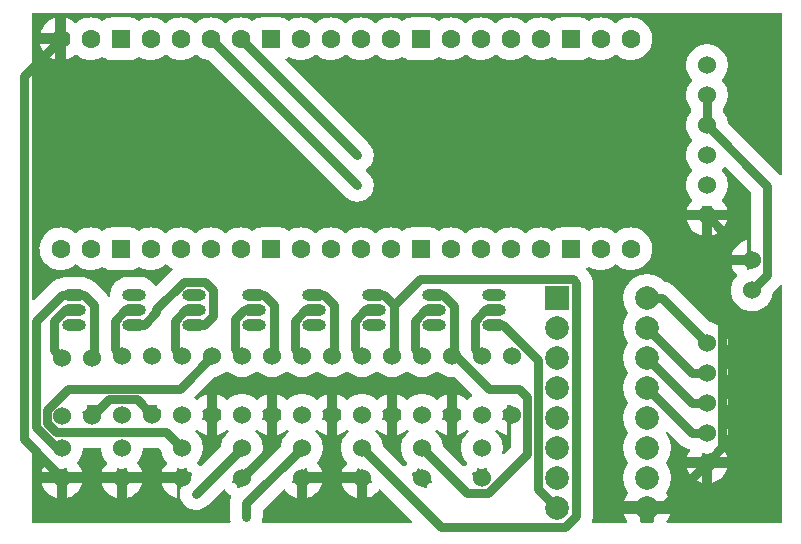
<source format=gbl>
G04 Layer: BottomLayer*
G04 EasyEDA v6.5.23, 2023-09-09 00:44:15*
G04 de93c458165947d6a0ce1764d10cece9,10*
G04 Gerber Generator version 0.2*
G04 Scale: 100 percent, Rotated: No, Reflected: No *
G04 Dimensions in millimeters *
G04 leading zeros omitted , absolute positions ,4 integer and 5 decimal *
%FSLAX45Y45*%
%MOMM*%

%ADD10C,0.7620*%
%ADD11C,1.6000*%
%ADD12R,1.6000X1.6000*%
%ADD13O,1.9999959999999999X0.9999979999999999*%
%ADD14R,2.0000X2.0000*%
%ADD15C,2.0000*%
%ADD16C,1.5240*%
%ADD17C,0.6100*%
%ADD18C,0.0161*%

%LPD*%
G36*
X1075537Y6498590D02*
G01*
X1071676Y6499352D01*
X1068425Y6501485D01*
X1066190Y6504685D01*
X1065377Y6508496D01*
X1065174Y6516014D01*
X1062786Y6534353D01*
X1062583Y6537959D01*
X1063701Y6541465D01*
X1065936Y6544309D01*
X1069086Y6546189D01*
X1072642Y6546850D01*
X1098550Y6546850D01*
X1098550Y6574840D01*
X1099312Y6578752D01*
X1101547Y6582003D01*
X1104798Y6584238D01*
X1108710Y6585000D01*
X1177290Y6585000D01*
X1181150Y6584238D01*
X1184452Y6582003D01*
X1186688Y6578752D01*
X1187450Y6574840D01*
X1187450Y6546850D01*
X1213358Y6546850D01*
X1216914Y6546189D01*
X1220063Y6544309D01*
X1222298Y6541465D01*
X1223416Y6537959D01*
X1223162Y6534048D01*
X1220825Y6516014D01*
X1220622Y6508496D01*
X1219809Y6504685D01*
X1217574Y6501485D01*
X1214323Y6499352D01*
X1210462Y6498590D01*
G37*

%LPD*%
G36*
X566724Y6498590D02*
G01*
X563118Y6499250D01*
X560019Y6501130D01*
X557733Y6503974D01*
X556615Y6507429D01*
X554583Y6522618D01*
X554939Y6526885D01*
X557022Y6530644D01*
X560476Y6533235D01*
X564642Y6534150D01*
X590550Y6534150D01*
X590550Y6574840D01*
X591312Y6578752D01*
X593547Y6582003D01*
X596798Y6584238D01*
X600710Y6585000D01*
X669290Y6585000D01*
X673201Y6584238D01*
X676452Y6582003D01*
X678688Y6578752D01*
X679450Y6574840D01*
X679450Y6534150D01*
X703630Y6534150D01*
X707796Y6533235D01*
X711250Y6530695D01*
X713333Y6526936D01*
X713689Y6522669D01*
X712825Y6516014D01*
X712622Y6508496D01*
X711809Y6504685D01*
X709574Y6501485D01*
X706323Y6499352D01*
X702462Y6498590D01*
G37*

%LPD*%
G36*
X4116933Y6166713D02*
G01*
X4112768Y6167983D01*
X4109516Y6170980D01*
X4107840Y6174994D01*
X4107992Y6179413D01*
X4109974Y6186830D01*
X4112768Y6204813D01*
X4113682Y6223000D01*
X4112768Y6241135D01*
X4109974Y6259118D01*
X4105300Y6276746D01*
X4098899Y6293764D01*
X4090771Y6310020D01*
X4081018Y6325362D01*
X4069689Y6339636D01*
X4057040Y6352641D01*
X4054449Y6354826D01*
X4051858Y6358128D01*
X4050792Y6362192D01*
X4051503Y6366357D01*
X4053840Y6369862D01*
X4056887Y6372860D01*
X4060190Y6374993D01*
X4064000Y6375704D01*
X4067810Y6374993D01*
X4071061Y6372860D01*
X4074363Y6369659D01*
X4088587Y6358382D01*
X4103979Y6348628D01*
X4120235Y6340449D01*
X4137253Y6334048D01*
X4146550Y6331610D01*
X4146550Y6457950D01*
X4120438Y6457950D01*
X4116120Y6458915D01*
X4112615Y6461607D01*
X4110634Y6465519D01*
X4110431Y6469938D01*
X4112209Y6479692D01*
X4113631Y6497828D01*
X4113174Y6516014D01*
X4110736Y6534353D01*
X4110583Y6537959D01*
X4111701Y6541465D01*
X4113936Y6544309D01*
X4117086Y6546189D01*
X4120642Y6546850D01*
X4146550Y6546850D01*
X4146550Y6574840D01*
X4147312Y6578752D01*
X4149496Y6582003D01*
X4152798Y6584238D01*
X4156710Y6585000D01*
X4171899Y6585000D01*
X4175810Y6584238D01*
X4179062Y6582003D01*
X4181297Y6578752D01*
X4182059Y6574840D01*
X4182059Y6230924D01*
X4181297Y6227013D01*
X4179062Y6223711D01*
X4125010Y6169609D01*
X4121302Y6167272D01*
G37*

%LPD*%
G36*
X3874312Y5977940D02*
G01*
X3870401Y5978702D01*
X3867099Y5980938D01*
X3851910Y5996076D01*
X3849725Y5999378D01*
X3848963Y6003290D01*
X3849725Y6007150D01*
X3851910Y6010452D01*
X3855212Y6012688D01*
X3859123Y6013450D01*
X3892550Y6013450D01*
X3892550Y6039358D01*
X3893210Y6042914D01*
X3895090Y6046063D01*
X3897934Y6048298D01*
X3901389Y6049416D01*
X3905300Y6049162D01*
X3923334Y6046825D01*
X3941521Y6046368D01*
X3959656Y6047740D01*
X3969461Y6049518D01*
X3973880Y6049365D01*
X3977792Y6047333D01*
X3980484Y6043828D01*
X3981450Y6039561D01*
X3981450Y6030264D01*
X3980687Y6026404D01*
X3978452Y6023102D01*
X3936288Y5980938D01*
X3932986Y5978702D01*
X3929075Y5977940D01*
G37*

%LPD*%
G36*
X3463290Y5880963D02*
G01*
X3459378Y5881725D01*
X3456076Y5883910D01*
X3343910Y5996076D01*
X3341725Y5999378D01*
X3340963Y6003290D01*
X3341725Y6007150D01*
X3343910Y6010452D01*
X3347212Y6012688D01*
X3351123Y6013450D01*
X3384550Y6013450D01*
X3384550Y6039358D01*
X3385464Y6043523D01*
X3388055Y6046978D01*
X3391814Y6049060D01*
X3396081Y6049416D01*
X3404920Y6048197D01*
X3408019Y6047181D01*
X3410661Y6045301D01*
X3514090Y5941872D01*
X3516325Y5938570D01*
X3517087Y5934710D01*
X3516325Y5930798D01*
X3514090Y5927496D01*
X3510787Y5925312D01*
X3506927Y5924550D01*
X3473450Y5924550D01*
X3473450Y5891123D01*
X3472687Y5887212D01*
X3470452Y5883910D01*
X3467150Y5881725D01*
G37*

%LPD*%
G36*
X1870710Y5880912D02*
G01*
X1866798Y5881725D01*
X1863547Y5883910D01*
X1861312Y5887212D01*
X1860550Y5891072D01*
X1860550Y5924550D01*
X1827072Y5924550D01*
X1823212Y5925312D01*
X1819910Y5927496D01*
X1817725Y5930798D01*
X1816912Y5934710D01*
X1817725Y5938570D01*
X1819910Y5941872D01*
X1923084Y6045098D01*
X1925574Y6046927D01*
X1928469Y6047892D01*
X1937461Y6049518D01*
X1941880Y6049365D01*
X1945792Y6047333D01*
X1948484Y6043828D01*
X1949450Y6039561D01*
X1949450Y6013450D01*
X1982876Y6013450D01*
X1986788Y6012688D01*
X1990089Y6010452D01*
X1992274Y6007150D01*
X1993036Y6003290D01*
X1992274Y5999378D01*
X1990089Y5996076D01*
X1877872Y5883910D01*
X1874570Y5881725D01*
G37*

%LPD*%
G36*
X4875682Y5588000D02*
G01*
X4871923Y5588711D01*
X4868672Y5590794D01*
X4866436Y5593943D01*
X4865573Y5597652D01*
X4866132Y5601462D01*
X4867148Y5604408D01*
X4870500Y5616346D01*
X4871313Y5619953D01*
X4873294Y5632196D01*
X4873650Y5635904D01*
X4874209Y5648350D01*
X4874209Y7620406D01*
X4873650Y7632852D01*
X4873294Y7636560D01*
X4871313Y7648803D01*
X4870500Y7652461D01*
X4867148Y7664348D01*
X4865878Y7667904D01*
X4861153Y7679334D01*
X4859528Y7682687D01*
X4853482Y7693507D01*
X4851501Y7696657D01*
X4844237Y7706715D01*
X4841849Y7709611D01*
X4833467Y7718806D01*
X4823206Y7729016D01*
X4820869Y7732775D01*
X4820310Y7737195D01*
X4821682Y7741412D01*
X4824780Y7744663D01*
X4830165Y7748270D01*
X4836160Y7753502D01*
X4839766Y7755534D01*
X4843881Y7755991D01*
X4847844Y7754721D01*
X4862271Y7746542D01*
X4879340Y7739075D01*
X4897018Y7733436D01*
X4915204Y7729626D01*
X4933696Y7727746D01*
X4952288Y7727746D01*
X4970780Y7729626D01*
X4988966Y7733436D01*
X5006644Y7739075D01*
X5023713Y7746542D01*
X5039868Y7755686D01*
X5055006Y7766456D01*
X5063286Y7773720D01*
X5066385Y7775600D01*
X5069992Y7776260D01*
X5073599Y7775600D01*
X5076698Y7773720D01*
X5084978Y7766456D01*
X5100116Y7755686D01*
X5116271Y7746542D01*
X5133340Y7739075D01*
X5151018Y7733436D01*
X5169204Y7729626D01*
X5187696Y7727746D01*
X5206288Y7727746D01*
X5224780Y7729626D01*
X5242966Y7733436D01*
X5260644Y7739075D01*
X5277662Y7746542D01*
X5293868Y7755686D01*
X5309006Y7766456D01*
X5322976Y7778699D01*
X5335574Y7792364D01*
X5346750Y7807248D01*
X5356301Y7823149D01*
X5364175Y7839964D01*
X5370271Y7857540D01*
X5374538Y7875625D01*
X5376926Y7894066D01*
X5377434Y7912608D01*
X5376011Y7931150D01*
X5372658Y7949438D01*
X5367477Y7967268D01*
X5360466Y7984490D01*
X5351729Y8000898D01*
X5341366Y8016341D01*
X5329428Y8030565D01*
X5316118Y8043570D01*
X5301589Y8055102D01*
X5285892Y8065058D01*
X5269280Y8073390D01*
X5251856Y8079943D01*
X5233924Y8084667D01*
X5215534Y8087512D01*
X5196992Y8088477D01*
X5178450Y8087512D01*
X5160060Y8084667D01*
X5142077Y8079943D01*
X5124704Y8073390D01*
X5108092Y8065058D01*
X5092395Y8055102D01*
X5077815Y8043570D01*
X5073802Y8040674D01*
X5069992Y8039963D01*
X5066182Y8040674D01*
X5062169Y8043570D01*
X5047589Y8055102D01*
X5031892Y8065058D01*
X5015280Y8073390D01*
X4997907Y8079943D01*
X4979924Y8084667D01*
X4961534Y8087512D01*
X4942992Y8088477D01*
X4924450Y8087512D01*
X4906060Y8084667D01*
X4888077Y8079943D01*
X4870704Y8073390D01*
X4854092Y8065058D01*
X4848402Y8061452D01*
X4844338Y8059928D01*
X4840020Y8060283D01*
X4836261Y8062366D01*
X4830165Y8067700D01*
X4819243Y8075015D01*
X4807458Y8080806D01*
X4795012Y8085023D01*
X4782108Y8087614D01*
X4768646Y8088477D01*
X4609338Y8088477D01*
X4595876Y8087614D01*
X4582972Y8085023D01*
X4570526Y8080806D01*
X4558741Y8075015D01*
X4547819Y8067700D01*
X4541723Y8062366D01*
X4537964Y8060283D01*
X4533646Y8059928D01*
X4529582Y8061452D01*
X4523892Y8065058D01*
X4507280Y8073390D01*
X4489856Y8079943D01*
X4471924Y8084667D01*
X4453534Y8087512D01*
X4434992Y8088477D01*
X4416450Y8087512D01*
X4398060Y8084667D01*
X4380077Y8079943D01*
X4362704Y8073390D01*
X4346092Y8065058D01*
X4330395Y8055102D01*
X4315815Y8043570D01*
X4311802Y8040674D01*
X4307992Y8039963D01*
X4304182Y8040674D01*
X4300169Y8043570D01*
X4285589Y8055102D01*
X4269892Y8065058D01*
X4253280Y8073390D01*
X4235907Y8079943D01*
X4217924Y8084667D01*
X4199534Y8087512D01*
X4180992Y8088477D01*
X4162450Y8087512D01*
X4144060Y8084667D01*
X4126077Y8079943D01*
X4108704Y8073390D01*
X4092092Y8065058D01*
X4076395Y8055102D01*
X4061815Y8043570D01*
X4057802Y8040674D01*
X4053992Y8039963D01*
X4050182Y8040674D01*
X4046169Y8043570D01*
X4031589Y8055102D01*
X4015892Y8065058D01*
X3999280Y8073390D01*
X3981907Y8079943D01*
X3963924Y8084667D01*
X3945534Y8087512D01*
X3926992Y8088477D01*
X3908450Y8087512D01*
X3890060Y8084667D01*
X3872077Y8079943D01*
X3854704Y8073390D01*
X3838092Y8065058D01*
X3822395Y8055102D01*
X3807815Y8043570D01*
X3803802Y8040674D01*
X3799992Y8039963D01*
X3796182Y8040674D01*
X3792169Y8043570D01*
X3777589Y8055102D01*
X3761892Y8065058D01*
X3745280Y8073390D01*
X3727907Y8079943D01*
X3709924Y8084667D01*
X3691534Y8087512D01*
X3672992Y8088477D01*
X3654450Y8087512D01*
X3636060Y8084667D01*
X3618077Y8079943D01*
X3600704Y8073390D01*
X3584092Y8065058D01*
X3578402Y8061452D01*
X3574338Y8059928D01*
X3570020Y8060283D01*
X3566261Y8062366D01*
X3560165Y8067700D01*
X3549243Y8075015D01*
X3537458Y8080806D01*
X3525012Y8085023D01*
X3512108Y8087614D01*
X3498646Y8088477D01*
X3339337Y8088477D01*
X3325876Y8087614D01*
X3312972Y8085023D01*
X3300526Y8080806D01*
X3288741Y8075015D01*
X3277819Y8067700D01*
X3271723Y8062366D01*
X3267964Y8060283D01*
X3263646Y8059928D01*
X3259582Y8061452D01*
X3253892Y8065058D01*
X3237280Y8073390D01*
X3219907Y8079943D01*
X3201924Y8084667D01*
X3183534Y8087512D01*
X3164992Y8088477D01*
X3146450Y8087512D01*
X3128060Y8084667D01*
X3110077Y8079943D01*
X3092704Y8073390D01*
X3076092Y8065058D01*
X3060395Y8055102D01*
X3045815Y8043570D01*
X3041802Y8040674D01*
X3037992Y8039963D01*
X3034182Y8040674D01*
X3030169Y8043570D01*
X3015589Y8055102D01*
X2999892Y8065058D01*
X2983280Y8073390D01*
X2965907Y8079943D01*
X2947924Y8084667D01*
X2929534Y8087512D01*
X2910992Y8088477D01*
X2892450Y8087512D01*
X2874060Y8084667D01*
X2856128Y8079943D01*
X2838704Y8073390D01*
X2822092Y8065058D01*
X2806395Y8055102D01*
X2791866Y8043570D01*
X2787802Y8040674D01*
X2783992Y8039963D01*
X2780182Y8040674D01*
X2776169Y8043570D01*
X2761589Y8055102D01*
X2745892Y8065058D01*
X2729280Y8073390D01*
X2711907Y8079943D01*
X2693924Y8084667D01*
X2675534Y8087512D01*
X2656992Y8088477D01*
X2638450Y8087512D01*
X2620060Y8084667D01*
X2602128Y8079943D01*
X2584704Y8073390D01*
X2568092Y8065058D01*
X2552395Y8055102D01*
X2537866Y8043570D01*
X2533802Y8040674D01*
X2529992Y8039963D01*
X2526182Y8040674D01*
X2522169Y8043570D01*
X2507589Y8055102D01*
X2491892Y8065058D01*
X2475280Y8073390D01*
X2457907Y8079943D01*
X2439924Y8084667D01*
X2421534Y8087512D01*
X2402992Y8088477D01*
X2384450Y8087512D01*
X2366060Y8084667D01*
X2348128Y8079943D01*
X2330704Y8073390D01*
X2314092Y8065058D01*
X2308402Y8061452D01*
X2304338Y8059928D01*
X2300020Y8060283D01*
X2296261Y8062366D01*
X2290165Y8067700D01*
X2279243Y8075015D01*
X2267458Y8080806D01*
X2255012Y8085023D01*
X2242108Y8087614D01*
X2228646Y8088477D01*
X2069338Y8088477D01*
X2055875Y8087614D01*
X2042972Y8085023D01*
X2030526Y8080806D01*
X2018741Y8075015D01*
X2007819Y8067700D01*
X2001723Y8062366D01*
X1997964Y8060283D01*
X1993646Y8059928D01*
X1989582Y8061452D01*
X1983892Y8065058D01*
X1967280Y8073390D01*
X1949907Y8079943D01*
X1931924Y8084667D01*
X1913534Y8087512D01*
X1894992Y8088477D01*
X1876450Y8087512D01*
X1858060Y8084667D01*
X1840128Y8079943D01*
X1822704Y8073390D01*
X1806092Y8065058D01*
X1790395Y8055102D01*
X1775866Y8043570D01*
X1771802Y8040674D01*
X1767992Y8039963D01*
X1764182Y8040674D01*
X1760169Y8043570D01*
X1745589Y8055102D01*
X1729892Y8065058D01*
X1713280Y8073390D01*
X1695907Y8079943D01*
X1677924Y8084667D01*
X1659534Y8087512D01*
X1640992Y8088477D01*
X1622450Y8087512D01*
X1604060Y8084667D01*
X1586128Y8079943D01*
X1568704Y8073390D01*
X1552092Y8065058D01*
X1536395Y8055102D01*
X1521866Y8043570D01*
X1517802Y8040674D01*
X1513992Y8039963D01*
X1510182Y8040674D01*
X1506169Y8043570D01*
X1491589Y8055102D01*
X1475892Y8065058D01*
X1459280Y8073390D01*
X1441907Y8079943D01*
X1423924Y8084667D01*
X1405534Y8087512D01*
X1386992Y8088477D01*
X1368450Y8087512D01*
X1350060Y8084667D01*
X1332128Y8079943D01*
X1314704Y8073390D01*
X1298092Y8065058D01*
X1282395Y8055102D01*
X1267866Y8043570D01*
X1263802Y8040674D01*
X1259992Y8039963D01*
X1256182Y8040674D01*
X1252169Y8043570D01*
X1237589Y8055102D01*
X1221892Y8065058D01*
X1205280Y8073390D01*
X1187907Y8079943D01*
X1169924Y8084667D01*
X1151534Y8087512D01*
X1132992Y8088477D01*
X1114450Y8087512D01*
X1096060Y8084667D01*
X1078128Y8079943D01*
X1060704Y8073390D01*
X1044092Y8065058D01*
X1038402Y8061452D01*
X1034338Y8059928D01*
X1030020Y8060283D01*
X1026261Y8062366D01*
X1020165Y8067700D01*
X1009243Y8075015D01*
X997458Y8080806D01*
X985012Y8085023D01*
X972108Y8087614D01*
X958646Y8088477D01*
X799338Y8088477D01*
X785876Y8087614D01*
X772972Y8085023D01*
X760526Y8080806D01*
X748741Y8075015D01*
X737819Y8067700D01*
X731774Y8062366D01*
X727964Y8060283D01*
X723646Y8059928D01*
X719582Y8061452D01*
X713892Y8065058D01*
X697280Y8073390D01*
X679907Y8079943D01*
X661924Y8084667D01*
X643534Y8087512D01*
X624992Y8088477D01*
X606450Y8087512D01*
X588060Y8084667D01*
X570128Y8079943D01*
X552704Y8073390D01*
X536092Y8065058D01*
X520395Y8055102D01*
X505866Y8043570D01*
X501802Y8040674D01*
X497992Y8039963D01*
X494182Y8040674D01*
X490169Y8043570D01*
X475589Y8055102D01*
X459892Y8065058D01*
X443280Y8073390D01*
X425907Y8079943D01*
X407924Y8084667D01*
X389534Y8087512D01*
X370992Y8088477D01*
X352450Y8087512D01*
X334060Y8084667D01*
X316128Y8079943D01*
X298704Y8073390D01*
X282092Y8065058D01*
X266395Y8055102D01*
X251866Y8043570D01*
X238556Y8030565D01*
X226618Y8016341D01*
X216255Y8000898D01*
X207517Y7984490D01*
X200507Y7967268D01*
X195326Y7949438D01*
X192024Y7931150D01*
X190550Y7912608D01*
X191058Y7894066D01*
X193446Y7875625D01*
X197713Y7857540D01*
X203809Y7839964D01*
X211683Y7823149D01*
X221234Y7807248D01*
X232410Y7792364D01*
X245008Y7778699D01*
X258978Y7766456D01*
X274116Y7755686D01*
X290322Y7746542D01*
X307340Y7739075D01*
X325018Y7733436D01*
X343204Y7729626D01*
X361696Y7727746D01*
X380288Y7727746D01*
X398780Y7729626D01*
X416966Y7733436D01*
X434644Y7739075D01*
X451713Y7746542D01*
X467868Y7755686D01*
X483006Y7766456D01*
X491286Y7773720D01*
X494436Y7775600D01*
X497992Y7776260D01*
X501599Y7775600D01*
X504698Y7773720D01*
X512978Y7766456D01*
X528116Y7755686D01*
X544322Y7746542D01*
X561340Y7739075D01*
X579018Y7733436D01*
X597204Y7729626D01*
X615696Y7727746D01*
X634288Y7727746D01*
X652780Y7729626D01*
X670966Y7733436D01*
X688644Y7739075D01*
X705713Y7746542D01*
X720140Y7754721D01*
X724103Y7755991D01*
X728218Y7755534D01*
X731824Y7753502D01*
X737819Y7748270D01*
X748741Y7740954D01*
X760526Y7735163D01*
X772972Y7730947D01*
X785876Y7728356D01*
X799338Y7727492D01*
X958646Y7727492D01*
X972108Y7728356D01*
X985012Y7730947D01*
X997458Y7735163D01*
X1009243Y7740954D01*
X1020165Y7748270D01*
X1026160Y7753502D01*
X1029766Y7755534D01*
X1033881Y7755991D01*
X1037844Y7754721D01*
X1052322Y7746542D01*
X1069340Y7739075D01*
X1087018Y7733436D01*
X1105204Y7729626D01*
X1123696Y7727746D01*
X1142288Y7727746D01*
X1160780Y7729626D01*
X1178966Y7733436D01*
X1196644Y7739075D01*
X1213713Y7746542D01*
X1229868Y7755686D01*
X1245006Y7766456D01*
X1253286Y7773720D01*
X1256436Y7775600D01*
X1259992Y7776260D01*
X1263599Y7775600D01*
X1266698Y7773720D01*
X1274978Y7766456D01*
X1290116Y7755686D01*
X1306322Y7746542D01*
X1311452Y7744307D01*
X1314754Y7741970D01*
X1316888Y7738567D01*
X1317548Y7734604D01*
X1316634Y7730744D01*
X1314246Y7727492D01*
X1183589Y7596987D01*
X1179931Y7594650D01*
X1175562Y7594041D01*
X1171397Y7595362D01*
X1168146Y7598308D01*
X1158240Y7612227D01*
X1147013Y7624775D01*
X1134414Y7636052D01*
X1120648Y7645806D01*
X1105916Y7653985D01*
X1090320Y7660436D01*
X1074064Y7665110D01*
X1057452Y7667955D01*
X1040333Y7668869D01*
X940866Y7668869D01*
X923747Y7667955D01*
X907084Y7665110D01*
X890879Y7660436D01*
X875284Y7653985D01*
X860552Y7645806D01*
X846785Y7636052D01*
X834186Y7624775D01*
X822960Y7612227D01*
X813155Y7598460D01*
X805027Y7583678D01*
X798576Y7568082D01*
X793902Y7551877D01*
X791057Y7535214D01*
X790092Y7518196D01*
X790194Y7512964D01*
X789381Y7508798D01*
X786942Y7505293D01*
X783285Y7503159D01*
X779018Y7502652D01*
X774954Y7503972D01*
X771804Y7506817D01*
X764387Y7517130D01*
X762000Y7520025D01*
X753618Y7529169D01*
X666546Y7616240D01*
X657402Y7624622D01*
X654507Y7627010D01*
X644448Y7634274D01*
X641299Y7636256D01*
X630478Y7642301D01*
X627126Y7643926D01*
X615645Y7648651D01*
X612140Y7649870D01*
X598170Y7653883D01*
X582320Y7660436D01*
X566064Y7665110D01*
X549452Y7667955D01*
X532333Y7668869D01*
X432866Y7668869D01*
X415747Y7667955D01*
X399135Y7665110D01*
X382879Y7660436D01*
X374853Y7657084D01*
X371906Y7656372D01*
X368554Y7656068D01*
X356362Y7654086D01*
X352755Y7653274D01*
X340817Y7649921D01*
X325831Y7643926D01*
X322478Y7642301D01*
X311658Y7636256D01*
X308508Y7634274D01*
X298450Y7627010D01*
X295554Y7624622D01*
X286410Y7616240D01*
X144322Y7474203D01*
X141071Y7471968D01*
X137160Y7471206D01*
X133248Y7471968D01*
X129997Y7474203D01*
X127762Y7477455D01*
X127000Y7481366D01*
X127000Y9895840D01*
X127762Y9899700D01*
X129997Y9903002D01*
X133248Y9905187D01*
X137160Y9906000D01*
X6466840Y9906000D01*
X6470700Y9905187D01*
X6474002Y9903002D01*
X6476238Y9899700D01*
X6477000Y9895840D01*
X6477000Y8538260D01*
X6476187Y8534298D01*
X6473901Y8530996D01*
X6470497Y8528812D01*
X6466535Y8528100D01*
X6462623Y8529015D01*
X6459321Y8531402D01*
X6451193Y8540292D01*
X6019901Y8971635D01*
X6018072Y8974074D01*
X6017056Y8976969D01*
X6013958Y8994089D01*
X6008878Y9011513D01*
X6002020Y9028379D01*
X5993485Y9044432D01*
X5982970Y9059976D01*
X5981192Y9063024D01*
X5980633Y9066479D01*
X5980633Y9094825D01*
X5981141Y9098026D01*
X5982665Y9100921D01*
X5988608Y9108846D01*
X5997956Y9124442D01*
X6005677Y9140901D01*
X6011621Y9158122D01*
X6015837Y9175800D01*
X6018174Y9193834D01*
X6018631Y9212021D01*
X6017209Y9230156D01*
X6013958Y9248089D01*
X6008878Y9265513D01*
X6002020Y9282379D01*
X5993485Y9298432D01*
X5983325Y9313519D01*
X5971082Y9328150D01*
X5969304Y9331299D01*
X5968746Y9334906D01*
X5969457Y9338462D01*
X5971438Y9341561D01*
X5977686Y9348317D01*
X5988608Y9362846D01*
X5997956Y9378442D01*
X6005677Y9394901D01*
X6011621Y9412122D01*
X6015837Y9429800D01*
X6018174Y9447834D01*
X6018631Y9466021D01*
X6017209Y9484156D01*
X6013958Y9502089D01*
X6008878Y9519513D01*
X6002020Y9536379D01*
X5993485Y9552432D01*
X5983325Y9567519D01*
X5971641Y9581489D01*
X5958636Y9594189D01*
X5944362Y9605518D01*
X5929020Y9615271D01*
X5912764Y9623399D01*
X5895746Y9629800D01*
X5878118Y9634423D01*
X5860135Y9637217D01*
X5842000Y9638182D01*
X5823813Y9637217D01*
X5805830Y9634423D01*
X5788253Y9629800D01*
X5771235Y9623399D01*
X5754979Y9615271D01*
X5739587Y9605518D01*
X5725363Y9594189D01*
X5712307Y9581489D01*
X5700674Y9567519D01*
X5690514Y9552432D01*
X5681980Y9536379D01*
X5675122Y9519513D01*
X5670042Y9502089D01*
X5666740Y9484156D01*
X5665368Y9466021D01*
X5665825Y9447834D01*
X5668162Y9429800D01*
X5672328Y9412122D01*
X5678322Y9394901D01*
X5686044Y9378442D01*
X5695391Y9362846D01*
X5706313Y9348317D01*
X5712561Y9341561D01*
X5714492Y9338462D01*
X5715254Y9334906D01*
X5714695Y9331299D01*
X5712866Y9328150D01*
X5700674Y9313519D01*
X5690514Y9298432D01*
X5681980Y9282379D01*
X5675122Y9265513D01*
X5670042Y9248089D01*
X5666740Y9230156D01*
X5665368Y9212021D01*
X5665825Y9193834D01*
X5668162Y9175800D01*
X5672328Y9158122D01*
X5678322Y9140901D01*
X5686044Y9124442D01*
X5695391Y9108846D01*
X5701334Y9100870D01*
X5702858Y9098026D01*
X5703417Y9094774D01*
X5703417Y9066479D01*
X5702808Y9063024D01*
X5700674Y9059519D01*
X5690514Y9044432D01*
X5681980Y9028379D01*
X5675122Y9011513D01*
X5670042Y8994089D01*
X5666740Y8976156D01*
X5665368Y8958021D01*
X5665825Y8939834D01*
X5668162Y8921800D01*
X5672328Y8904122D01*
X5678322Y8886901D01*
X5686044Y8870442D01*
X5695391Y8854846D01*
X5706313Y8840317D01*
X5712561Y8833561D01*
X5714492Y8830462D01*
X5715254Y8826906D01*
X5714695Y8823299D01*
X5712866Y8820150D01*
X5700674Y8805519D01*
X5690514Y8790432D01*
X5681980Y8774379D01*
X5675122Y8757513D01*
X5670042Y8740089D01*
X5666740Y8722156D01*
X5665368Y8704021D01*
X5665825Y8685834D01*
X5668162Y8667800D01*
X5672328Y8650122D01*
X5678322Y8632901D01*
X5686044Y8616442D01*
X5695391Y8600846D01*
X5706313Y8586317D01*
X5712561Y8579561D01*
X5714492Y8576462D01*
X5715254Y8572906D01*
X5714695Y8569299D01*
X5712866Y8566150D01*
X5700674Y8551519D01*
X5690514Y8536432D01*
X5681980Y8520379D01*
X5675122Y8503513D01*
X5670042Y8486089D01*
X5666740Y8468156D01*
X5665368Y8450021D01*
X5665825Y8431834D01*
X5668162Y8413800D01*
X5672328Y8396122D01*
X5678322Y8378901D01*
X5686044Y8362442D01*
X5695391Y8346846D01*
X5706313Y8332317D01*
X5712561Y8325561D01*
X5714492Y8322462D01*
X5715254Y8318906D01*
X5714695Y8315299D01*
X5712866Y8312150D01*
X5700674Y8297519D01*
X5690514Y8282431D01*
X5681980Y8266379D01*
X5675122Y8249513D01*
X5671159Y8235950D01*
X5797550Y8235950D01*
X5797550Y8262010D01*
X5798515Y8266379D01*
X5801309Y8269884D01*
X5805322Y8271865D01*
X5809792Y8271967D01*
X5814771Y8270900D01*
X5832906Y8269020D01*
X5851093Y8269020D01*
X5869178Y8270900D01*
X5874207Y8271967D01*
X5878677Y8271865D01*
X5882690Y8269884D01*
X5885434Y8266379D01*
X5886450Y8262010D01*
X5886450Y8235950D01*
X6012840Y8235950D01*
X6008878Y8249513D01*
X6002020Y8266379D01*
X5993485Y8282431D01*
X5983325Y8297519D01*
X5971082Y8312150D01*
X5969304Y8315299D01*
X5968746Y8318906D01*
X5969457Y8322462D01*
X5971438Y8325561D01*
X5977686Y8332317D01*
X5988608Y8346846D01*
X5997956Y8362442D01*
X6005677Y8378901D01*
X6011621Y8396122D01*
X6015837Y8413800D01*
X6018174Y8431834D01*
X6018631Y8450021D01*
X6017209Y8468156D01*
X6013958Y8486089D01*
X6008878Y8503513D01*
X6002020Y8520379D01*
X5993485Y8536432D01*
X5983325Y8551519D01*
X5971082Y8566150D01*
X5969304Y8569299D01*
X5968746Y8572906D01*
X5969457Y8576462D01*
X5971438Y8579561D01*
X5977686Y8586317D01*
X5985865Y8597188D01*
X5989116Y8600033D01*
X5993282Y8601252D01*
X5997549Y8600643D01*
X6001156Y8598306D01*
X6211722Y8387689D01*
X6213957Y8384438D01*
X6214719Y8380526D01*
X6214719Y7748422D01*
X6213957Y7744510D01*
X6211722Y7741259D01*
X6204661Y7734198D01*
X6202019Y7732268D01*
X6198920Y7731302D01*
X6190081Y7730083D01*
X6185814Y7730388D01*
X6182004Y7732471D01*
X6179464Y7735925D01*
X6178550Y7740142D01*
X6178550Y7766050D01*
X6052007Y7766050D01*
X6057646Y7748168D01*
X6064961Y7731506D01*
X6073902Y7715656D01*
X6084417Y7700822D01*
X6093764Y7690205D01*
X6095644Y7687056D01*
X6096304Y7683500D01*
X6095644Y7679893D01*
X6093764Y7676794D01*
X6084417Y7666126D01*
X6073902Y7651292D01*
X6064961Y7635494D01*
X6057646Y7618831D01*
X6052108Y7601508D01*
X6048400Y7583678D01*
X6046520Y7565593D01*
X6046520Y7547406D01*
X6048400Y7529271D01*
X6052108Y7511491D01*
X6057646Y7494168D01*
X6064961Y7477506D01*
X6073902Y7461656D01*
X6084417Y7446822D01*
X6096457Y7433157D01*
X6109817Y7420813D01*
X6124346Y7409891D01*
X6139942Y7400544D01*
X6156401Y7392822D01*
X6173622Y7386828D01*
X6191300Y7382662D01*
X6209334Y7380325D01*
X6227521Y7379868D01*
X6245656Y7381240D01*
X6263589Y7384491D01*
X6281013Y7389622D01*
X6297879Y7396429D01*
X6313932Y7405014D01*
X6329019Y7415174D01*
X6342989Y7426807D01*
X6355689Y7439863D01*
X6367018Y7454087D01*
X6376771Y7469428D01*
X6384899Y7485735D01*
X6391300Y7502753D01*
X6395923Y7520330D01*
X6397853Y7532522D01*
X6398818Y7535570D01*
X6400698Y7538161D01*
X6451193Y7588656D01*
X6459321Y7597546D01*
X6462623Y7599934D01*
X6466535Y7600848D01*
X6470497Y7600137D01*
X6473901Y7597952D01*
X6476187Y7594650D01*
X6477000Y7590688D01*
X6477000Y5598160D01*
X6476238Y5594248D01*
X6474002Y5590946D01*
X6470700Y5588762D01*
X6466840Y5588000D01*
X5509260Y5588000D01*
X5505094Y5588863D01*
X5501690Y5591403D01*
X5499608Y5595112D01*
X5499201Y5599328D01*
X5500573Y5603392D01*
X5510834Y5620461D01*
X5519216Y5638241D01*
X5525871Y5656783D01*
X5526328Y5658612D01*
X5390337Y5658612D01*
X5390337Y5598160D01*
X5389575Y5594248D01*
X5387390Y5590946D01*
X5384088Y5588762D01*
X5380177Y5588000D01*
X5287822Y5588000D01*
X5283911Y5588762D01*
X5280609Y5590946D01*
X5278424Y5594248D01*
X5277662Y5598160D01*
X5277662Y5658612D01*
X5141671Y5658612D01*
X5142128Y5656783D01*
X5148783Y5638241D01*
X5157165Y5620461D01*
X5167426Y5603392D01*
X5168798Y5599328D01*
X5168392Y5595112D01*
X5166309Y5591403D01*
X5162854Y5588863D01*
X5158689Y5588000D01*
G37*

%LPC*%
G36*
X324662Y9511538D02*
G01*
X324662Y9639604D01*
X196748Y9639604D01*
X197713Y9635540D01*
X203809Y9617964D01*
X211683Y9601149D01*
X221234Y9585198D01*
X232410Y9570364D01*
X245008Y9556699D01*
X258978Y9544456D01*
X274116Y9533686D01*
X290322Y9524542D01*
X307340Y9517075D01*
G37*
G36*
X2885541Y8306917D02*
G01*
X2901594Y8308340D01*
X2917393Y8311591D01*
X2932684Y8316671D01*
X2947263Y8323478D01*
X2960979Y8331962D01*
X2973628Y8341918D01*
X2985058Y8353348D01*
X2995015Y8365998D01*
X3003499Y8379714D01*
X3010306Y8394293D01*
X3015386Y8409584D01*
X3018637Y8425383D01*
X3020060Y8441436D01*
X3019552Y8457539D01*
X3017215Y8473490D01*
X3013049Y8489086D01*
X3007106Y8504021D01*
X2999435Y8518245D01*
X2990240Y8531453D01*
X2979318Y8543696D01*
X2955290Y8567724D01*
X2953207Y8570722D01*
X2952292Y8574278D01*
X2952750Y8577884D01*
X2954426Y8581136D01*
X2957118Y8583574D01*
X2960979Y8585962D01*
X2973628Y8595918D01*
X2985058Y8607348D01*
X2995015Y8619998D01*
X3003499Y8633714D01*
X3010306Y8648293D01*
X3015386Y8663584D01*
X3018637Y8679383D01*
X3020060Y8695436D01*
X3019552Y8711539D01*
X3017215Y8727490D01*
X3013049Y8743086D01*
X3007106Y8758021D01*
X2999435Y8772245D01*
X2990240Y8785453D01*
X2979318Y8797696D01*
X2275078Y9501936D01*
X2272893Y9505086D01*
X2272080Y9508845D01*
X2272741Y9512655D01*
X2274722Y9515906D01*
X2290165Y9526270D01*
X2296160Y9531502D01*
X2299766Y9533534D01*
X2303881Y9533991D01*
X2307844Y9532721D01*
X2322322Y9524542D01*
X2339340Y9517075D01*
X2357018Y9511436D01*
X2375204Y9507626D01*
X2393696Y9505746D01*
X2412288Y9505746D01*
X2430780Y9507626D01*
X2448966Y9511436D01*
X2466644Y9517075D01*
X2483713Y9524542D01*
X2499868Y9533686D01*
X2515006Y9544456D01*
X2523286Y9551720D01*
X2526436Y9553600D01*
X2529992Y9554260D01*
X2533599Y9553600D01*
X2536698Y9551720D01*
X2544978Y9544456D01*
X2560116Y9533686D01*
X2576322Y9524542D01*
X2593340Y9517075D01*
X2611018Y9511436D01*
X2629204Y9507626D01*
X2647696Y9505746D01*
X2666288Y9505746D01*
X2684780Y9507626D01*
X2702966Y9511436D01*
X2720644Y9517075D01*
X2737713Y9524542D01*
X2753868Y9533686D01*
X2769006Y9544456D01*
X2777286Y9551720D01*
X2780436Y9553600D01*
X2783992Y9554260D01*
X2787599Y9553600D01*
X2790698Y9551720D01*
X2798978Y9544456D01*
X2814116Y9533686D01*
X2830322Y9524542D01*
X2847340Y9517075D01*
X2865018Y9511436D01*
X2883204Y9507626D01*
X2901696Y9505746D01*
X2920288Y9505746D01*
X2938780Y9507626D01*
X2956966Y9511436D01*
X2974644Y9517075D01*
X2991713Y9524542D01*
X3007868Y9533686D01*
X3023006Y9544456D01*
X3031286Y9551720D01*
X3034385Y9553600D01*
X3037992Y9554260D01*
X3041599Y9553600D01*
X3044698Y9551720D01*
X3052978Y9544456D01*
X3068116Y9533686D01*
X3084271Y9524542D01*
X3101340Y9517075D01*
X3119018Y9511436D01*
X3137204Y9507626D01*
X3155696Y9505746D01*
X3174288Y9505746D01*
X3192780Y9507626D01*
X3210966Y9511436D01*
X3228644Y9517075D01*
X3245713Y9524542D01*
X3260140Y9532721D01*
X3264103Y9533991D01*
X3268217Y9533534D01*
X3271824Y9531502D01*
X3277819Y9526270D01*
X3288741Y9518954D01*
X3300526Y9513163D01*
X3312972Y9508896D01*
X3325876Y9506356D01*
X3339337Y9505492D01*
X3498646Y9505492D01*
X3512108Y9506356D01*
X3525012Y9508896D01*
X3537458Y9513163D01*
X3549243Y9518954D01*
X3560165Y9526270D01*
X3566160Y9531502D01*
X3569766Y9533534D01*
X3573881Y9533991D01*
X3577844Y9532721D01*
X3592322Y9524542D01*
X3609340Y9517075D01*
X3627018Y9511436D01*
X3645204Y9507626D01*
X3663696Y9505746D01*
X3682288Y9505746D01*
X3700779Y9507626D01*
X3718966Y9511436D01*
X3736644Y9517075D01*
X3753713Y9524542D01*
X3769868Y9533686D01*
X3785006Y9544456D01*
X3793286Y9551720D01*
X3796385Y9553600D01*
X3799992Y9554260D01*
X3803599Y9553600D01*
X3806698Y9551720D01*
X3814978Y9544456D01*
X3830116Y9533686D01*
X3846271Y9524542D01*
X3863340Y9517075D01*
X3881018Y9511436D01*
X3899204Y9507626D01*
X3917696Y9505746D01*
X3936288Y9505746D01*
X3954779Y9507626D01*
X3972966Y9511436D01*
X3990644Y9517075D01*
X4007713Y9524542D01*
X4023868Y9533686D01*
X4039006Y9544456D01*
X4047286Y9551720D01*
X4050385Y9553600D01*
X4053992Y9554260D01*
X4057599Y9553600D01*
X4060698Y9551720D01*
X4068978Y9544456D01*
X4084116Y9533686D01*
X4100271Y9524542D01*
X4117340Y9517075D01*
X4135018Y9511436D01*
X4153204Y9507626D01*
X4171696Y9505746D01*
X4190288Y9505746D01*
X4208780Y9507626D01*
X4226966Y9511436D01*
X4244644Y9517075D01*
X4261713Y9524542D01*
X4277868Y9533686D01*
X4293006Y9544456D01*
X4301286Y9551720D01*
X4304385Y9553600D01*
X4307992Y9554260D01*
X4311599Y9553600D01*
X4314698Y9551720D01*
X4322978Y9544456D01*
X4338116Y9533686D01*
X4354271Y9524542D01*
X4371340Y9517075D01*
X4389018Y9511436D01*
X4407204Y9507626D01*
X4425696Y9505746D01*
X4444288Y9505746D01*
X4462780Y9507626D01*
X4480966Y9511436D01*
X4498644Y9517075D01*
X4515662Y9524542D01*
X4530140Y9532721D01*
X4534103Y9533991D01*
X4538218Y9533534D01*
X4541824Y9531502D01*
X4547819Y9526270D01*
X4558741Y9518954D01*
X4570526Y9513163D01*
X4582972Y9508896D01*
X4595876Y9506356D01*
X4609338Y9505492D01*
X4768646Y9505492D01*
X4782108Y9506356D01*
X4795012Y9508896D01*
X4807458Y9513163D01*
X4819243Y9518954D01*
X4830165Y9526270D01*
X4836160Y9531502D01*
X4839766Y9533534D01*
X4843881Y9533991D01*
X4847844Y9532721D01*
X4862271Y9524542D01*
X4879340Y9517075D01*
X4897018Y9511436D01*
X4915204Y9507626D01*
X4933696Y9505746D01*
X4952288Y9505746D01*
X4970780Y9507626D01*
X4988966Y9511436D01*
X5006644Y9517075D01*
X5023713Y9524542D01*
X5039868Y9533686D01*
X5055006Y9544456D01*
X5063286Y9551720D01*
X5066385Y9553600D01*
X5069992Y9554260D01*
X5073599Y9553600D01*
X5076698Y9551720D01*
X5084978Y9544456D01*
X5100116Y9533686D01*
X5116271Y9524542D01*
X5133340Y9517075D01*
X5151018Y9511436D01*
X5169204Y9507626D01*
X5187696Y9505746D01*
X5206288Y9505746D01*
X5224780Y9507626D01*
X5242966Y9511436D01*
X5260644Y9517075D01*
X5277662Y9524542D01*
X5293868Y9533686D01*
X5309006Y9544456D01*
X5322976Y9556699D01*
X5335574Y9570364D01*
X5346750Y9585198D01*
X5356301Y9601149D01*
X5364175Y9617964D01*
X5370271Y9635540D01*
X5374538Y9653625D01*
X5376926Y9672066D01*
X5377434Y9690608D01*
X5376011Y9709150D01*
X5372658Y9727438D01*
X5367477Y9745268D01*
X5360466Y9762490D01*
X5351729Y9778898D01*
X5341366Y9794290D01*
X5329428Y9808565D01*
X5316118Y9821570D01*
X5301589Y9833102D01*
X5285892Y9843058D01*
X5269280Y9851390D01*
X5251856Y9857943D01*
X5233924Y9862667D01*
X5215534Y9865512D01*
X5196992Y9866477D01*
X5178450Y9865512D01*
X5160060Y9862667D01*
X5142077Y9857943D01*
X5124704Y9851390D01*
X5108092Y9843058D01*
X5092395Y9833102D01*
X5077815Y9821570D01*
X5073802Y9818674D01*
X5069992Y9817912D01*
X5066182Y9818674D01*
X5062169Y9821570D01*
X5047589Y9833102D01*
X5031892Y9843058D01*
X5015280Y9851390D01*
X4997907Y9857943D01*
X4979924Y9862667D01*
X4961534Y9865512D01*
X4942992Y9866477D01*
X4924450Y9865512D01*
X4906060Y9862667D01*
X4888077Y9857943D01*
X4870704Y9851390D01*
X4854092Y9843058D01*
X4848402Y9839452D01*
X4844338Y9837928D01*
X4840020Y9838283D01*
X4836261Y9840366D01*
X4830165Y9845700D01*
X4819243Y9853015D01*
X4807458Y9858806D01*
X4795012Y9863023D01*
X4782108Y9865614D01*
X4768646Y9866477D01*
X4609338Y9866477D01*
X4595876Y9865614D01*
X4582972Y9863023D01*
X4570526Y9858806D01*
X4558741Y9853015D01*
X4547819Y9845700D01*
X4541723Y9840366D01*
X4537964Y9838283D01*
X4533646Y9837928D01*
X4529582Y9839452D01*
X4523892Y9843058D01*
X4507280Y9851390D01*
X4489856Y9857943D01*
X4471924Y9862667D01*
X4453534Y9865512D01*
X4434992Y9866477D01*
X4416450Y9865512D01*
X4398060Y9862667D01*
X4380077Y9857943D01*
X4362704Y9851390D01*
X4346092Y9843058D01*
X4330395Y9833102D01*
X4315815Y9821570D01*
X4311802Y9818674D01*
X4307992Y9817912D01*
X4304182Y9818674D01*
X4300169Y9821570D01*
X4285589Y9833102D01*
X4269892Y9843058D01*
X4253280Y9851390D01*
X4235907Y9857943D01*
X4217924Y9862667D01*
X4199534Y9865512D01*
X4180992Y9866477D01*
X4162450Y9865512D01*
X4144060Y9862667D01*
X4126077Y9857943D01*
X4108704Y9851390D01*
X4092092Y9843058D01*
X4076395Y9833102D01*
X4061815Y9821570D01*
X4057802Y9818674D01*
X4053992Y9817912D01*
X4050182Y9818674D01*
X4046169Y9821570D01*
X4031589Y9833102D01*
X4015892Y9843058D01*
X3999280Y9851390D01*
X3981907Y9857943D01*
X3963924Y9862667D01*
X3945534Y9865512D01*
X3926992Y9866477D01*
X3908450Y9865512D01*
X3890060Y9862667D01*
X3872077Y9857943D01*
X3854704Y9851390D01*
X3838092Y9843058D01*
X3822395Y9833102D01*
X3807815Y9821570D01*
X3803802Y9818674D01*
X3799992Y9817912D01*
X3796182Y9818674D01*
X3792169Y9821570D01*
X3777589Y9833102D01*
X3761892Y9843058D01*
X3745280Y9851390D01*
X3727907Y9857943D01*
X3709924Y9862667D01*
X3691534Y9865512D01*
X3672992Y9866477D01*
X3654450Y9865512D01*
X3636060Y9862667D01*
X3618128Y9857943D01*
X3600704Y9851390D01*
X3584092Y9843058D01*
X3578402Y9839452D01*
X3574338Y9837928D01*
X3570020Y9838283D01*
X3566261Y9840366D01*
X3560165Y9845700D01*
X3549243Y9853015D01*
X3537458Y9858806D01*
X3525012Y9863023D01*
X3512108Y9865614D01*
X3498646Y9866477D01*
X3339337Y9866477D01*
X3325876Y9865614D01*
X3312972Y9863023D01*
X3300526Y9858806D01*
X3288741Y9853015D01*
X3277819Y9845700D01*
X3271723Y9840366D01*
X3267964Y9838283D01*
X3263646Y9837928D01*
X3259582Y9839452D01*
X3253892Y9843058D01*
X3237280Y9851390D01*
X3219907Y9857943D01*
X3201924Y9862667D01*
X3183534Y9865512D01*
X3164992Y9866477D01*
X3146450Y9865512D01*
X3128060Y9862667D01*
X3110077Y9857943D01*
X3092704Y9851390D01*
X3076092Y9843058D01*
X3060395Y9833102D01*
X3045815Y9821570D01*
X3041802Y9818674D01*
X3037992Y9817912D01*
X3034182Y9818674D01*
X3030169Y9821570D01*
X3015589Y9833102D01*
X2999892Y9843058D01*
X2983280Y9851390D01*
X2965907Y9857943D01*
X2947924Y9862667D01*
X2929534Y9865512D01*
X2910992Y9866477D01*
X2892450Y9865512D01*
X2874060Y9862667D01*
X2856128Y9857943D01*
X2838704Y9851390D01*
X2822092Y9843058D01*
X2806395Y9833102D01*
X2791866Y9821570D01*
X2787802Y9818674D01*
X2783992Y9817912D01*
X2780182Y9818674D01*
X2776169Y9821570D01*
X2761589Y9833102D01*
X2745892Y9843058D01*
X2729280Y9851390D01*
X2711907Y9857943D01*
X2693924Y9862667D01*
X2675534Y9865512D01*
X2656992Y9866477D01*
X2638450Y9865512D01*
X2620060Y9862667D01*
X2602128Y9857943D01*
X2584704Y9851390D01*
X2568092Y9843058D01*
X2552395Y9833102D01*
X2537866Y9821570D01*
X2533802Y9818674D01*
X2529992Y9817912D01*
X2526182Y9818674D01*
X2522169Y9821570D01*
X2507589Y9833102D01*
X2491892Y9843058D01*
X2475280Y9851390D01*
X2457907Y9857943D01*
X2439924Y9862667D01*
X2421534Y9865512D01*
X2402992Y9866477D01*
X2384450Y9865512D01*
X2366060Y9862667D01*
X2348128Y9857943D01*
X2330704Y9851390D01*
X2314092Y9843058D01*
X2308402Y9839452D01*
X2304338Y9837928D01*
X2300020Y9838283D01*
X2296261Y9840366D01*
X2290165Y9845700D01*
X2279243Y9853015D01*
X2267458Y9858806D01*
X2255012Y9863023D01*
X2242108Y9865614D01*
X2228646Y9866477D01*
X2069338Y9866477D01*
X2055875Y9865614D01*
X2042972Y9863023D01*
X2030526Y9858806D01*
X2018741Y9853015D01*
X2007819Y9845700D01*
X2001723Y9840366D01*
X1997964Y9838283D01*
X1993646Y9837928D01*
X1989582Y9839452D01*
X1983892Y9843058D01*
X1967280Y9851390D01*
X1949907Y9857943D01*
X1931924Y9862667D01*
X1913534Y9865512D01*
X1894992Y9866477D01*
X1876450Y9865512D01*
X1858060Y9862667D01*
X1840128Y9857943D01*
X1822704Y9851390D01*
X1806092Y9843058D01*
X1790395Y9833102D01*
X1775866Y9821570D01*
X1771802Y9818674D01*
X1767992Y9817912D01*
X1764182Y9818674D01*
X1760169Y9821570D01*
X1745589Y9833102D01*
X1729892Y9843058D01*
X1713280Y9851390D01*
X1695907Y9857943D01*
X1677924Y9862667D01*
X1659534Y9865512D01*
X1640992Y9866477D01*
X1622450Y9865512D01*
X1604060Y9862667D01*
X1586128Y9857943D01*
X1568704Y9851390D01*
X1552092Y9843058D01*
X1536395Y9833102D01*
X1521866Y9821570D01*
X1517802Y9818674D01*
X1513992Y9817912D01*
X1510182Y9818674D01*
X1506169Y9821570D01*
X1491589Y9833102D01*
X1475892Y9843058D01*
X1459280Y9851390D01*
X1441907Y9857943D01*
X1423924Y9862667D01*
X1405534Y9865512D01*
X1386992Y9866477D01*
X1368450Y9865512D01*
X1350060Y9862667D01*
X1332128Y9857943D01*
X1314704Y9851390D01*
X1298092Y9843058D01*
X1282395Y9833102D01*
X1267866Y9821570D01*
X1263802Y9818674D01*
X1259992Y9817912D01*
X1256182Y9818674D01*
X1252169Y9821570D01*
X1237589Y9833102D01*
X1221892Y9843058D01*
X1205280Y9851390D01*
X1187907Y9857943D01*
X1169924Y9862667D01*
X1151534Y9865512D01*
X1132992Y9866477D01*
X1114450Y9865512D01*
X1096060Y9862667D01*
X1078128Y9857943D01*
X1060704Y9851390D01*
X1044092Y9843058D01*
X1038402Y9839452D01*
X1034338Y9837928D01*
X1030020Y9838283D01*
X1026261Y9840366D01*
X1020165Y9845700D01*
X1009243Y9853015D01*
X997458Y9858806D01*
X985012Y9863023D01*
X972108Y9865614D01*
X958646Y9866477D01*
X799338Y9866477D01*
X785876Y9865614D01*
X772972Y9863023D01*
X760526Y9858806D01*
X748741Y9853015D01*
X737819Y9845700D01*
X731774Y9840366D01*
X727964Y9838283D01*
X723646Y9837928D01*
X719582Y9839452D01*
X713892Y9843058D01*
X697280Y9851390D01*
X679907Y9857943D01*
X661924Y9862667D01*
X643534Y9865512D01*
X624992Y9866477D01*
X606450Y9865512D01*
X588060Y9862667D01*
X570128Y9857943D01*
X552704Y9851390D01*
X536092Y9843058D01*
X520395Y9833102D01*
X505866Y9821570D01*
X501802Y9818674D01*
X497992Y9817912D01*
X494182Y9818674D01*
X490169Y9821570D01*
X475589Y9833102D01*
X459892Y9843058D01*
X443280Y9851390D01*
X425907Y9857943D01*
X417372Y9860178D01*
X417372Y9732314D01*
X438048Y9732314D01*
X442366Y9731349D01*
X445820Y9728657D01*
X447852Y9724745D01*
X448056Y9720326D01*
X445973Y9709150D01*
X444550Y9690608D01*
X445058Y9672066D01*
X447954Y9648494D01*
X446836Y9645040D01*
X444601Y9642144D01*
X441451Y9640265D01*
X437896Y9639604D01*
X417372Y9639604D01*
X417372Y9511538D01*
X434644Y9517075D01*
X451713Y9524542D01*
X467868Y9533686D01*
X483006Y9544456D01*
X491286Y9551720D01*
X494436Y9553600D01*
X497992Y9554260D01*
X501599Y9553600D01*
X504698Y9551720D01*
X512978Y9544456D01*
X528116Y9533686D01*
X544322Y9524542D01*
X561340Y9517075D01*
X579018Y9511436D01*
X597204Y9507626D01*
X615696Y9505746D01*
X634288Y9505746D01*
X652780Y9507626D01*
X670966Y9511436D01*
X688644Y9517075D01*
X705713Y9524542D01*
X720140Y9532721D01*
X724103Y9533991D01*
X728218Y9533534D01*
X731824Y9531502D01*
X737819Y9526270D01*
X748741Y9518954D01*
X760526Y9513163D01*
X772972Y9508896D01*
X785876Y9506356D01*
X799338Y9505492D01*
X958646Y9505492D01*
X972108Y9506356D01*
X985012Y9508896D01*
X997458Y9513163D01*
X1009243Y9518954D01*
X1020165Y9526270D01*
X1026160Y9531502D01*
X1029766Y9533534D01*
X1033881Y9533991D01*
X1037844Y9532721D01*
X1052322Y9524542D01*
X1069340Y9517075D01*
X1087018Y9511436D01*
X1105204Y9507626D01*
X1123696Y9505746D01*
X1142288Y9505746D01*
X1160780Y9507626D01*
X1178966Y9511436D01*
X1196644Y9517075D01*
X1213713Y9524542D01*
X1229868Y9533686D01*
X1245006Y9544456D01*
X1253286Y9551720D01*
X1256436Y9553600D01*
X1259992Y9554260D01*
X1263599Y9553600D01*
X1266698Y9551720D01*
X1274978Y9544456D01*
X1290116Y9533686D01*
X1306322Y9524542D01*
X1323340Y9517075D01*
X1341018Y9511436D01*
X1359204Y9507626D01*
X1377696Y9505746D01*
X1396288Y9505746D01*
X1414780Y9507626D01*
X1432966Y9511436D01*
X1450644Y9517075D01*
X1467713Y9524542D01*
X1483868Y9533686D01*
X1499006Y9544456D01*
X1507286Y9551720D01*
X1510436Y9553600D01*
X1513992Y9554260D01*
X1517599Y9553600D01*
X1520698Y9551720D01*
X1528978Y9544456D01*
X1544116Y9533686D01*
X1560322Y9524542D01*
X1577340Y9517075D01*
X1595018Y9511436D01*
X1613204Y9507626D01*
X1620875Y9506864D01*
X1624228Y9505899D01*
X1627022Y9503918D01*
X2783281Y8347659D01*
X2795524Y8336737D01*
X2808732Y8327542D01*
X2822956Y8319871D01*
X2837891Y8313928D01*
X2853486Y8309762D01*
X2869438Y8307425D01*
G37*
G36*
X5334000Y5768492D02*
G01*
X5353659Y5769457D01*
X5373116Y5772353D01*
X5377738Y5773470D01*
X5380939Y5773775D01*
X5384088Y5773013D01*
X5386832Y5771337D01*
X5526328Y5771337D01*
X5525871Y5773166D01*
X5519216Y5791708D01*
X5510834Y5809488D01*
X5500674Y5826353D01*
X5493613Y5835954D01*
X5491835Y5839815D01*
X5491835Y5844133D01*
X5493613Y5848045D01*
X5500674Y5857595D01*
X5510834Y5874461D01*
X5519216Y5892241D01*
X5525871Y5910783D01*
X5530646Y5929884D01*
X5533542Y5949340D01*
X5534507Y5969000D01*
X5533542Y5988659D01*
X5530646Y6008116D01*
X5525871Y6027166D01*
X5519216Y6045708D01*
X5510834Y6063488D01*
X5500674Y6080353D01*
X5493613Y6089954D01*
X5491835Y6093815D01*
X5491835Y6098133D01*
X5493613Y6102045D01*
X5500674Y6111595D01*
X5510834Y6128461D01*
X5519216Y6146241D01*
X5525871Y6164783D01*
X5530646Y6183884D01*
X5533542Y6203340D01*
X5534507Y6223000D01*
X5533542Y6242659D01*
X5530646Y6262116D01*
X5525871Y6281166D01*
X5519216Y6299708D01*
X5510834Y6317488D01*
X5500674Y6334353D01*
X5493613Y6343954D01*
X5491835Y6347815D01*
X5491835Y6352133D01*
X5493613Y6356045D01*
X5494832Y6357670D01*
X5498084Y6360515D01*
X5502249Y6361734D01*
X5506516Y6361125D01*
X5510174Y6358788D01*
X5616854Y6252108D01*
X5625998Y6243726D01*
X5628894Y6241338D01*
X5638952Y6234074D01*
X5642102Y6232093D01*
X5652922Y6226048D01*
X5656275Y6224422D01*
X5671261Y6218428D01*
X5683046Y6215126D01*
X5691327Y6213551D01*
X5695035Y6212027D01*
X5697880Y6209233D01*
X5699404Y6205524D01*
X5699404Y6201562D01*
X5697880Y6197904D01*
X5690514Y6186932D01*
X5681980Y6170879D01*
X5675122Y6154013D01*
X5671159Y6140450D01*
X5797550Y6140450D01*
X5797550Y6166510D01*
X5798515Y6170879D01*
X5801309Y6174384D01*
X5805322Y6176365D01*
X5809792Y6176467D01*
X5814771Y6175400D01*
X5832906Y6173520D01*
X5851093Y6173520D01*
X5869178Y6175400D01*
X5874207Y6176467D01*
X5878677Y6176365D01*
X5882690Y6174384D01*
X5885434Y6170879D01*
X5886450Y6166510D01*
X5886450Y6140450D01*
X6012840Y6140450D01*
X6008878Y6154013D01*
X6002020Y6170879D01*
X5993485Y6186932D01*
X5983325Y6202019D01*
X5971082Y6216650D01*
X5969304Y6219799D01*
X5968746Y6223406D01*
X5969457Y6226962D01*
X5971438Y6230061D01*
X5977686Y6236817D01*
X5988608Y6251346D01*
X5997956Y6266942D01*
X6005677Y6283401D01*
X6011621Y6300622D01*
X6015837Y6318300D01*
X6018174Y6336334D01*
X6018631Y6354521D01*
X6017209Y6372656D01*
X6013958Y6390589D01*
X6008878Y6408013D01*
X6002020Y6424879D01*
X5993485Y6440932D01*
X5983325Y6456019D01*
X5971082Y6470650D01*
X5969304Y6473799D01*
X5968746Y6477406D01*
X5969457Y6480962D01*
X5971438Y6484061D01*
X5977686Y6490817D01*
X5988608Y6505346D01*
X5997956Y6520942D01*
X6005677Y6537401D01*
X6011621Y6554622D01*
X6015837Y6572300D01*
X6018174Y6590334D01*
X6018631Y6608521D01*
X6017209Y6626656D01*
X6013958Y6644589D01*
X6008878Y6662013D01*
X6002020Y6678879D01*
X5993485Y6694931D01*
X5983325Y6710019D01*
X5971082Y6724650D01*
X5969304Y6727799D01*
X5968746Y6731406D01*
X5969457Y6734962D01*
X5971438Y6738061D01*
X5977686Y6744817D01*
X5988608Y6759346D01*
X5997956Y6774942D01*
X6005677Y6791401D01*
X6011621Y6808622D01*
X6015837Y6826300D01*
X6018174Y6844334D01*
X6018631Y6862521D01*
X6017209Y6880656D01*
X6013958Y6898589D01*
X6008878Y6916013D01*
X6002020Y6932879D01*
X5993485Y6948931D01*
X5983325Y6964019D01*
X5971082Y6978650D01*
X5969304Y6981799D01*
X5968746Y6985406D01*
X5969457Y6988962D01*
X5971438Y6992061D01*
X5977686Y6998817D01*
X5988608Y7013346D01*
X5997956Y7028942D01*
X6005677Y7045401D01*
X6011621Y7062622D01*
X6015837Y7080300D01*
X6018174Y7098334D01*
X6018631Y7116521D01*
X6017209Y7134656D01*
X6013958Y7152589D01*
X6008878Y7170013D01*
X6002020Y7186879D01*
X5993485Y7202931D01*
X5983325Y7218019D01*
X5971641Y7231989D01*
X5958636Y7244689D01*
X5944362Y7256018D01*
X5929020Y7265771D01*
X5912764Y7273899D01*
X5895746Y7280300D01*
X5878118Y7284923D01*
X5865926Y7286853D01*
X5862878Y7287818D01*
X5860288Y7289698D01*
X5559145Y7590840D01*
X5550001Y7599222D01*
X5547106Y7601610D01*
X5537047Y7608874D01*
X5533898Y7610856D01*
X5523077Y7616901D01*
X5519724Y7618526D01*
X5504738Y7624521D01*
X5492800Y7627874D01*
X5489244Y7628686D01*
X5483656Y7629499D01*
X5480354Y7630566D01*
X5477611Y7632700D01*
X5475782Y7634731D01*
X5461203Y7647990D01*
X5445404Y7659674D01*
X5428488Y7669784D01*
X5410708Y7678216D01*
X5392216Y7684871D01*
X5373116Y7689646D01*
X5353659Y7692491D01*
X5334000Y7693456D01*
X5314340Y7692491D01*
X5294884Y7689646D01*
X5275783Y7684871D01*
X5257241Y7678216D01*
X5239461Y7669784D01*
X5222595Y7659674D01*
X5206796Y7647990D01*
X5192217Y7634731D01*
X5179009Y7620152D01*
X5167274Y7604353D01*
X5157165Y7587488D01*
X5148783Y7569708D01*
X5142128Y7551166D01*
X5137353Y7532116D01*
X5134457Y7512659D01*
X5133492Y7493000D01*
X5134457Y7473340D01*
X5137353Y7453884D01*
X5142128Y7434783D01*
X5148783Y7416241D01*
X5157165Y7398461D01*
X5167274Y7381595D01*
X5174386Y7372045D01*
X5176164Y7368133D01*
X5176164Y7363815D01*
X5174386Y7359954D01*
X5167274Y7350353D01*
X5157165Y7333488D01*
X5148783Y7315708D01*
X5142128Y7297166D01*
X5137353Y7278116D01*
X5134457Y7258659D01*
X5133492Y7239000D01*
X5134457Y7219340D01*
X5137353Y7199884D01*
X5142128Y7180783D01*
X5148783Y7162241D01*
X5157165Y7144461D01*
X5167274Y7127595D01*
X5174386Y7118045D01*
X5176164Y7114133D01*
X5176164Y7109815D01*
X5174386Y7105954D01*
X5167274Y7096353D01*
X5157165Y7079488D01*
X5148783Y7061708D01*
X5142128Y7043166D01*
X5137353Y7024116D01*
X5134457Y7004659D01*
X5133492Y6985000D01*
X5134457Y6965340D01*
X5137353Y6945884D01*
X5142128Y6926783D01*
X5148783Y6908241D01*
X5157165Y6890461D01*
X5167274Y6873595D01*
X5174386Y6864045D01*
X5176164Y6860133D01*
X5176164Y6855815D01*
X5174386Y6851954D01*
X5167274Y6842353D01*
X5157165Y6825488D01*
X5148783Y6807708D01*
X5142128Y6789166D01*
X5137353Y6770116D01*
X5134457Y6750659D01*
X5133492Y6731000D01*
X5134457Y6711340D01*
X5137353Y6691884D01*
X5142128Y6672783D01*
X5148783Y6654241D01*
X5157165Y6636461D01*
X5167274Y6619595D01*
X5174386Y6610045D01*
X5176164Y6606133D01*
X5176164Y6601815D01*
X5174386Y6597954D01*
X5167274Y6588353D01*
X5157165Y6571488D01*
X5148783Y6553708D01*
X5142128Y6535166D01*
X5137353Y6516116D01*
X5134457Y6496659D01*
X5133492Y6477000D01*
X5134457Y6457340D01*
X5137353Y6437884D01*
X5142128Y6418783D01*
X5148783Y6400241D01*
X5157165Y6382461D01*
X5167274Y6365595D01*
X5174386Y6356045D01*
X5176164Y6352133D01*
X5176164Y6347815D01*
X5174386Y6343954D01*
X5167274Y6334353D01*
X5157165Y6317488D01*
X5148783Y6299708D01*
X5142128Y6281166D01*
X5137353Y6262116D01*
X5134457Y6242659D01*
X5133492Y6223000D01*
X5134457Y6203340D01*
X5137353Y6183884D01*
X5142128Y6164783D01*
X5148783Y6146241D01*
X5157165Y6128461D01*
X5167274Y6111595D01*
X5174386Y6102045D01*
X5176164Y6098133D01*
X5176164Y6093815D01*
X5174386Y6089954D01*
X5167274Y6080353D01*
X5157165Y6063488D01*
X5148783Y6045708D01*
X5142128Y6027166D01*
X5137353Y6008116D01*
X5134457Y5988659D01*
X5133492Y5969000D01*
X5134457Y5949340D01*
X5137353Y5929884D01*
X5142128Y5910783D01*
X5148783Y5892241D01*
X5157165Y5874461D01*
X5167274Y5857595D01*
X5174386Y5848045D01*
X5176164Y5844133D01*
X5176164Y5839815D01*
X5174386Y5835954D01*
X5167274Y5826353D01*
X5157165Y5809488D01*
X5148783Y5791708D01*
X5142128Y5773166D01*
X5141671Y5771337D01*
X5281168Y5771337D01*
X5283911Y5773013D01*
X5287060Y5773775D01*
X5290261Y5773470D01*
X5294884Y5772353D01*
X5314340Y5769457D01*
G37*
G36*
X5886450Y5925007D02*
G01*
X5904331Y5930646D01*
X5920994Y5937910D01*
X5936843Y5946902D01*
X5951626Y5957417D01*
X5965291Y5969457D01*
X5977686Y5982817D01*
X5988608Y5997346D01*
X5997956Y6012942D01*
X6005677Y6029401D01*
X6011621Y6046622D01*
X6012789Y6051550D01*
X5886450Y6051550D01*
G37*
G36*
X5797550Y8020507D02*
G01*
X5797550Y8147050D01*
X5671159Y8147050D01*
X5672328Y8142122D01*
X5678322Y8124901D01*
X5686044Y8108442D01*
X5695391Y8092846D01*
X5706313Y8078317D01*
X5718657Y8064957D01*
X5732322Y8052917D01*
X5747156Y8042402D01*
X5763006Y8033410D01*
X5779668Y8026146D01*
G37*
G36*
X5886450Y8020507D02*
G01*
X5904331Y8026146D01*
X5920994Y8033410D01*
X5936843Y8042402D01*
X5951626Y8052917D01*
X5965291Y8064957D01*
X5977686Y8078317D01*
X5988608Y8092846D01*
X5997956Y8108442D01*
X6005677Y8124901D01*
X6011621Y8142122D01*
X6012789Y8147050D01*
X5886450Y8147050D01*
G37*
G36*
X6052007Y7854950D02*
G01*
X6178550Y7854950D01*
X6178550Y7981289D01*
X6173622Y7980121D01*
X6156401Y7974177D01*
X6139942Y7966456D01*
X6124346Y7957108D01*
X6109817Y7946186D01*
X6096457Y7933791D01*
X6084417Y7920126D01*
X6073902Y7905292D01*
X6064961Y7889494D01*
X6057646Y7872831D01*
G37*
G36*
X196748Y9732314D02*
G01*
X324662Y9732314D01*
X324662Y9860178D01*
X316128Y9857943D01*
X298704Y9851390D01*
X282092Y9843058D01*
X266395Y9833102D01*
X251866Y9821570D01*
X238556Y9808565D01*
X226618Y9794290D01*
X216255Y9778898D01*
X207517Y9762490D01*
X200507Y9745268D01*
G37*
G36*
X5797550Y5925007D02*
G01*
X5797550Y6051550D01*
X5671159Y6051550D01*
X5672328Y6046622D01*
X5678322Y6029401D01*
X5686044Y6012942D01*
X5695391Y5997346D01*
X5706313Y5982817D01*
X5718657Y5969457D01*
X5732322Y5957417D01*
X5747156Y5946902D01*
X5763006Y5937910D01*
X5779668Y5930646D01*
G37*

%LPD*%
G36*
X2083409Y5588000D02*
G01*
X2079701Y5588711D01*
X2076500Y5590692D01*
X2074265Y5593689D01*
X2073249Y5597347D01*
X2073656Y5601055D01*
X2075789Y5608167D01*
X2078583Y5624068D01*
X2079548Y5640425D01*
X2079548Y5689295D01*
X2080310Y5693206D01*
X2082546Y5696508D01*
X2253843Y5867857D01*
X2257552Y5870194D01*
X2261870Y5870752D01*
X2266086Y5869482D01*
X2269337Y5866536D01*
X2274468Y5859322D01*
X2286457Y5845657D01*
X2299817Y5833313D01*
X2314346Y5822391D01*
X2329942Y5813044D01*
X2346452Y5805322D01*
X2363622Y5799328D01*
X2368550Y5798159D01*
X2368550Y5924550D01*
X2335072Y5924550D01*
X2331212Y5925312D01*
X2327910Y5927496D01*
X2325725Y5930798D01*
X2324912Y5934710D01*
X2325725Y5938570D01*
X2327910Y5941872D01*
X2431084Y6045098D01*
X2433574Y6046927D01*
X2436469Y6047892D01*
X2445461Y6049518D01*
X2449880Y6049365D01*
X2453792Y6047333D01*
X2456484Y6043828D01*
X2457450Y6039561D01*
X2457450Y6013450D01*
X2583789Y6013450D01*
X2581300Y6022746D01*
X2574899Y6039764D01*
X2566771Y6056020D01*
X2557018Y6071362D01*
X2545740Y6085636D01*
X2542540Y6088888D01*
X2540406Y6092139D01*
X2539644Y6096000D01*
X2540406Y6099810D01*
X2542540Y6103061D01*
X2545740Y6106363D01*
X2557018Y6120587D01*
X2566771Y6135979D01*
X2574899Y6152235D01*
X2581300Y6169253D01*
X2585974Y6186830D01*
X2588768Y6204813D01*
X2589682Y6223000D01*
X2588768Y6241135D01*
X2585974Y6259118D01*
X2581300Y6276746D01*
X2574899Y6293764D01*
X2566771Y6310020D01*
X2557018Y6325362D01*
X2545740Y6339636D01*
X2533040Y6352641D01*
X2530449Y6354826D01*
X2527858Y6358128D01*
X2526792Y6362192D01*
X2527503Y6366357D01*
X2529890Y6369862D01*
X2532888Y6372860D01*
X2536190Y6374993D01*
X2540000Y6375704D01*
X2543810Y6374993D01*
X2547061Y6372860D01*
X2550363Y6369659D01*
X2564638Y6358382D01*
X2579979Y6348628D01*
X2596235Y6340449D01*
X2613253Y6334048D01*
X2622550Y6331610D01*
X2622550Y6457950D01*
X2596438Y6457950D01*
X2592120Y6458915D01*
X2588615Y6461607D01*
X2586634Y6465519D01*
X2586431Y6469938D01*
X2588209Y6479692D01*
X2589631Y6497828D01*
X2589174Y6516014D01*
X2586736Y6534353D01*
X2586583Y6537959D01*
X2587701Y6541465D01*
X2589936Y6544309D01*
X2593086Y6546189D01*
X2596642Y6546850D01*
X2622550Y6546850D01*
X2622550Y6673342D01*
X2604668Y6667703D01*
X2588006Y6660438D01*
X2572156Y6651447D01*
X2557322Y6640931D01*
X2546705Y6631584D01*
X2543556Y6629704D01*
X2540000Y6629044D01*
X2536393Y6629704D01*
X2533294Y6631584D01*
X2522677Y6640931D01*
X2507843Y6651447D01*
X2491994Y6660438D01*
X2475331Y6667703D01*
X2458008Y6673240D01*
X2440178Y6676948D01*
X2422093Y6678828D01*
X2403906Y6678828D01*
X2385822Y6676948D01*
X2367991Y6673240D01*
X2350668Y6667703D01*
X2334006Y6660438D01*
X2318156Y6651447D01*
X2303322Y6640931D01*
X2292705Y6631584D01*
X2289556Y6629704D01*
X2286000Y6629044D01*
X2282393Y6629704D01*
X2279294Y6631584D01*
X2268677Y6640931D01*
X2253843Y6651447D01*
X2237994Y6660438D01*
X2221331Y6667703D01*
X2203450Y6673342D01*
X2203450Y6546850D01*
X2229358Y6546850D01*
X2232914Y6546189D01*
X2236063Y6544309D01*
X2238298Y6541465D01*
X2239416Y6537959D01*
X2239162Y6534048D01*
X2236825Y6516014D01*
X2236368Y6497828D01*
X2237740Y6479692D01*
X2239568Y6469938D01*
X2239365Y6465519D01*
X2237333Y6461607D01*
X2233879Y6458915D01*
X2229561Y6457950D01*
X2203450Y6457950D01*
X2203450Y6331610D01*
X2212746Y6334048D01*
X2229764Y6340449D01*
X2246020Y6348628D01*
X2261362Y6358382D01*
X2275636Y6369659D01*
X2278888Y6372860D01*
X2282190Y6374993D01*
X2286000Y6375704D01*
X2289810Y6374993D01*
X2293112Y6372860D01*
X2296160Y6369862D01*
X2298446Y6366459D01*
X2299208Y6362446D01*
X2298344Y6358432D01*
X2295956Y6355130D01*
X2286457Y6346291D01*
X2274468Y6332626D01*
X2263902Y6317843D01*
X2254961Y6301994D01*
X2247646Y6285331D01*
X2242108Y6268008D01*
X2238400Y6250178D01*
X2238095Y6247333D01*
X2237181Y6244031D01*
X2235200Y6241237D01*
X2064308Y6070295D01*
X2060702Y6068009D01*
X2056536Y6067348D01*
X2052421Y6068466D01*
X2049119Y6071209D01*
X2037740Y6085636D01*
X2034539Y6088888D01*
X2032406Y6092139D01*
X2031644Y6096000D01*
X2032406Y6099810D01*
X2034539Y6103061D01*
X2037740Y6106363D01*
X2049018Y6120587D01*
X2058771Y6135979D01*
X2066899Y6152235D01*
X2073300Y6169253D01*
X2077974Y6186830D01*
X2080768Y6204813D01*
X2081682Y6223000D01*
X2080768Y6241135D01*
X2077974Y6259118D01*
X2073300Y6276746D01*
X2066899Y6293764D01*
X2058771Y6310020D01*
X2049018Y6325362D01*
X2037740Y6339636D01*
X2025040Y6352641D01*
X2022449Y6354826D01*
X2019858Y6358128D01*
X2018792Y6362192D01*
X2019503Y6366357D01*
X2021890Y6369862D01*
X2024888Y6372860D01*
X2028189Y6374993D01*
X2032000Y6375704D01*
X2035810Y6374993D01*
X2039112Y6372860D01*
X2042363Y6369659D01*
X2056638Y6358382D01*
X2071979Y6348628D01*
X2088235Y6340449D01*
X2105253Y6334048D01*
X2114550Y6331610D01*
X2114550Y6457950D01*
X2088438Y6457950D01*
X2084120Y6458915D01*
X2080615Y6461607D01*
X2078634Y6465519D01*
X2078431Y6469938D01*
X2080209Y6479692D01*
X2081631Y6497828D01*
X2081174Y6516014D01*
X2078786Y6534353D01*
X2078583Y6537959D01*
X2079701Y6541465D01*
X2081936Y6544309D01*
X2085086Y6546189D01*
X2088642Y6546850D01*
X2114550Y6546850D01*
X2114550Y6673342D01*
X2096668Y6667703D01*
X2080006Y6660438D01*
X2064156Y6651447D01*
X2049322Y6640931D01*
X2038705Y6631584D01*
X2035556Y6629704D01*
X2032000Y6629044D01*
X2028393Y6629704D01*
X2025294Y6631584D01*
X2014677Y6640931D01*
X1999843Y6651447D01*
X1983993Y6660438D01*
X1967331Y6667703D01*
X1950008Y6673240D01*
X1932178Y6676948D01*
X1914093Y6678828D01*
X1895906Y6678828D01*
X1877822Y6676948D01*
X1859991Y6673240D01*
X1842668Y6667703D01*
X1826006Y6660438D01*
X1810156Y6651447D01*
X1795322Y6640931D01*
X1784705Y6631584D01*
X1781606Y6629704D01*
X1778000Y6629044D01*
X1774393Y6629704D01*
X1771294Y6631584D01*
X1760677Y6640931D01*
X1745843Y6651447D01*
X1729993Y6660438D01*
X1713331Y6667703D01*
X1695450Y6673342D01*
X1695450Y6546850D01*
X1721357Y6546850D01*
X1724914Y6546189D01*
X1728063Y6544309D01*
X1730298Y6541465D01*
X1731416Y6537959D01*
X1731162Y6534048D01*
X1728825Y6516014D01*
X1728368Y6497828D01*
X1729790Y6479692D01*
X1731568Y6469938D01*
X1731365Y6465519D01*
X1729333Y6461607D01*
X1725879Y6458915D01*
X1721561Y6457950D01*
X1695450Y6457950D01*
X1695450Y6331610D01*
X1704746Y6334048D01*
X1721764Y6340449D01*
X1738020Y6348628D01*
X1753362Y6358382D01*
X1767636Y6369659D01*
X1770888Y6372860D01*
X1774189Y6374993D01*
X1778000Y6375704D01*
X1781810Y6374993D01*
X1785112Y6372860D01*
X1788160Y6369862D01*
X1790446Y6366459D01*
X1791207Y6362446D01*
X1790344Y6358432D01*
X1787956Y6355130D01*
X1778457Y6346291D01*
X1766468Y6332626D01*
X1755902Y6317843D01*
X1746961Y6301994D01*
X1739646Y6285331D01*
X1734108Y6268008D01*
X1730400Y6250178D01*
X1730095Y6247333D01*
X1729181Y6244031D01*
X1727200Y6241237D01*
X1556308Y6070295D01*
X1552702Y6068009D01*
X1548536Y6067348D01*
X1544421Y6068466D01*
X1541119Y6071209D01*
X1529740Y6085636D01*
X1526540Y6088888D01*
X1524406Y6092139D01*
X1523644Y6096000D01*
X1524406Y6099810D01*
X1526540Y6103061D01*
X1529740Y6106363D01*
X1541018Y6120587D01*
X1550771Y6135979D01*
X1558899Y6152235D01*
X1565300Y6169253D01*
X1569974Y6186830D01*
X1572768Y6204813D01*
X1573682Y6223000D01*
X1572768Y6241135D01*
X1569974Y6259118D01*
X1565300Y6276746D01*
X1558899Y6293764D01*
X1550771Y6310020D01*
X1541018Y6325362D01*
X1529740Y6339636D01*
X1517040Y6352641D01*
X1514449Y6354826D01*
X1511858Y6358128D01*
X1510792Y6362192D01*
X1511503Y6366357D01*
X1513890Y6369862D01*
X1516888Y6372860D01*
X1520190Y6374993D01*
X1524000Y6375704D01*
X1527810Y6374993D01*
X1531112Y6372860D01*
X1534363Y6369659D01*
X1548638Y6358382D01*
X1563979Y6348628D01*
X1580235Y6340449D01*
X1597253Y6334048D01*
X1606550Y6331610D01*
X1606550Y6457950D01*
X1580438Y6457950D01*
X1576120Y6458915D01*
X1572615Y6461607D01*
X1570634Y6465519D01*
X1570431Y6469938D01*
X1572209Y6479692D01*
X1573631Y6497828D01*
X1573174Y6516014D01*
X1570786Y6534353D01*
X1570583Y6537959D01*
X1571701Y6541465D01*
X1573936Y6544309D01*
X1577086Y6546189D01*
X1580642Y6546850D01*
X1606550Y6546850D01*
X1606550Y6673342D01*
X1588668Y6667703D01*
X1572006Y6660438D01*
X1556156Y6651447D01*
X1541322Y6640931D01*
X1530705Y6631584D01*
X1527606Y6629704D01*
X1524000Y6629044D01*
X1520444Y6629704D01*
X1517294Y6631584D01*
X1506067Y6641388D01*
X1503578Y6644690D01*
X1502613Y6648703D01*
X1503324Y6652768D01*
X1505559Y6656222D01*
X1669338Y6819950D01*
X1671878Y6821830D01*
X1674926Y6822846D01*
X1687118Y6824725D01*
X1704746Y6829348D01*
X1721764Y6835749D01*
X1738020Y6843928D01*
X1753362Y6853681D01*
X1767636Y6864959D01*
X1770888Y6868159D01*
X1774189Y6870293D01*
X1778000Y6871004D01*
X1781810Y6870293D01*
X1785112Y6868159D01*
X1788363Y6864959D01*
X1802638Y6853681D01*
X1817979Y6843928D01*
X1834235Y6835749D01*
X1851253Y6829348D01*
X1868830Y6824725D01*
X1886813Y6821931D01*
X1905000Y6820966D01*
X1923186Y6821931D01*
X1941118Y6824725D01*
X1958746Y6829348D01*
X1975764Y6835749D01*
X1992020Y6843928D01*
X2007362Y6853681D01*
X2021636Y6864959D01*
X2024888Y6868159D01*
X2028189Y6870293D01*
X2032000Y6871004D01*
X2035810Y6870293D01*
X2039112Y6868159D01*
X2042363Y6864959D01*
X2056638Y6853681D01*
X2071979Y6843928D01*
X2088235Y6835749D01*
X2105253Y6829348D01*
X2122830Y6824725D01*
X2140813Y6821931D01*
X2159000Y6820966D01*
X2177186Y6821931D01*
X2195118Y6824725D01*
X2212746Y6829348D01*
X2229764Y6835749D01*
X2246020Y6843928D01*
X2261362Y6853681D01*
X2275636Y6864959D01*
X2278888Y6868159D01*
X2282190Y6870293D01*
X2286000Y6871004D01*
X2289810Y6870293D01*
X2293112Y6868159D01*
X2296363Y6864959D01*
X2310638Y6853681D01*
X2325979Y6843928D01*
X2342235Y6835749D01*
X2359253Y6829348D01*
X2376830Y6824725D01*
X2394813Y6821931D01*
X2413000Y6820966D01*
X2431186Y6821931D01*
X2449118Y6824725D01*
X2466746Y6829348D01*
X2483764Y6835749D01*
X2500020Y6843928D01*
X2515362Y6853681D01*
X2529636Y6864959D01*
X2532888Y6868159D01*
X2536190Y6870293D01*
X2540000Y6871004D01*
X2543810Y6870293D01*
X2547061Y6868159D01*
X2550363Y6864959D01*
X2564638Y6853681D01*
X2579979Y6843928D01*
X2596235Y6835749D01*
X2613253Y6829348D01*
X2630830Y6824725D01*
X2648813Y6821931D01*
X2667000Y6820966D01*
X2685186Y6821931D01*
X2703118Y6824725D01*
X2720746Y6829348D01*
X2737764Y6835749D01*
X2754020Y6843928D01*
X2769362Y6853681D01*
X2783636Y6864959D01*
X2786888Y6868159D01*
X2790190Y6870293D01*
X2794000Y6871004D01*
X2797810Y6870293D01*
X2801061Y6868159D01*
X2804363Y6864959D01*
X2818638Y6853681D01*
X2833979Y6843928D01*
X2850235Y6835749D01*
X2867253Y6829348D01*
X2884830Y6824725D01*
X2902813Y6821931D01*
X2921000Y6820966D01*
X2939186Y6821931D01*
X2957118Y6824725D01*
X2974746Y6829348D01*
X2991764Y6835749D01*
X3008020Y6843928D01*
X3023362Y6853681D01*
X3037636Y6864959D01*
X3040888Y6868159D01*
X3044190Y6870293D01*
X3048000Y6871004D01*
X3051810Y6870293D01*
X3055061Y6868159D01*
X3058363Y6864959D01*
X3072638Y6853681D01*
X3087979Y6843928D01*
X3104235Y6835749D01*
X3121253Y6829348D01*
X3138830Y6824725D01*
X3156813Y6821931D01*
X3175000Y6820966D01*
X3193186Y6821931D01*
X3211118Y6824725D01*
X3228746Y6829348D01*
X3245764Y6835749D01*
X3262020Y6843928D01*
X3277362Y6853681D01*
X3291636Y6864959D01*
X3294887Y6868159D01*
X3298190Y6870293D01*
X3302000Y6871004D01*
X3305810Y6870293D01*
X3309061Y6868159D01*
X3312363Y6864959D01*
X3326587Y6853681D01*
X3341979Y6843928D01*
X3358235Y6835749D01*
X3375253Y6829348D01*
X3392830Y6824725D01*
X3410813Y6821931D01*
X3429000Y6820966D01*
X3447135Y6821931D01*
X3465118Y6824725D01*
X3482746Y6829348D01*
X3499764Y6835749D01*
X3516020Y6843928D01*
X3531362Y6853681D01*
X3545636Y6864959D01*
X3548887Y6868159D01*
X3552190Y6870293D01*
X3556000Y6871004D01*
X3559810Y6870293D01*
X3563061Y6868159D01*
X3566363Y6864959D01*
X3580587Y6853681D01*
X3595979Y6843928D01*
X3612235Y6835749D01*
X3629253Y6829348D01*
X3646830Y6824725D01*
X3664813Y6821931D01*
X3683000Y6820966D01*
X3699560Y6821830D01*
X3703726Y6821170D01*
X3707282Y6818884D01*
X3853484Y6672681D01*
X3855567Y6669582D01*
X3856431Y6665975D01*
X3855923Y6662318D01*
X3854145Y6659016D01*
X3851300Y6656628D01*
X3842156Y6651447D01*
X3827322Y6640931D01*
X3816705Y6631584D01*
X3813556Y6629704D01*
X3810000Y6629044D01*
X3806393Y6629704D01*
X3803294Y6631584D01*
X3792626Y6640931D01*
X3777843Y6651447D01*
X3761994Y6660438D01*
X3745331Y6667703D01*
X3727450Y6673342D01*
X3727450Y6546850D01*
X3753358Y6546850D01*
X3756914Y6546189D01*
X3760063Y6544309D01*
X3762298Y6541465D01*
X3763416Y6537959D01*
X3763162Y6534048D01*
X3760825Y6516014D01*
X3760368Y6497828D01*
X3761740Y6479692D01*
X3763518Y6469938D01*
X3763365Y6465519D01*
X3761333Y6461607D01*
X3757879Y6458915D01*
X3753561Y6457950D01*
X3727450Y6457950D01*
X3727450Y6331610D01*
X3736746Y6334048D01*
X3753764Y6340449D01*
X3770020Y6348628D01*
X3785362Y6358382D01*
X3799636Y6369659D01*
X3802887Y6372860D01*
X3806190Y6374993D01*
X3810000Y6375704D01*
X3813810Y6374993D01*
X3817061Y6372860D01*
X3820160Y6369862D01*
X3822446Y6366459D01*
X3823208Y6362446D01*
X3822344Y6358432D01*
X3819956Y6355130D01*
X3810457Y6346291D01*
X3798417Y6332626D01*
X3787901Y6317843D01*
X3778961Y6301994D01*
X3771646Y6285331D01*
X3766108Y6268008D01*
X3762400Y6250178D01*
X3760520Y6232093D01*
X3760520Y6213906D01*
X3762400Y6195771D01*
X3766108Y6177991D01*
X3771646Y6160668D01*
X3778961Y6144006D01*
X3787901Y6128156D01*
X3798417Y6113322D01*
X3807764Y6102705D01*
X3809644Y6099556D01*
X3810304Y6096000D01*
X3809644Y6092393D01*
X3807764Y6089294D01*
X3798417Y6078626D01*
X3793337Y6071463D01*
X3790086Y6068517D01*
X3785920Y6067196D01*
X3781551Y6067806D01*
X3777843Y6070142D01*
X3606698Y6241338D01*
X3604818Y6243878D01*
X3603853Y6246926D01*
X3601974Y6259118D01*
X3597300Y6276746D01*
X3590899Y6293764D01*
X3582771Y6310020D01*
X3573018Y6325362D01*
X3561689Y6339636D01*
X3549040Y6352641D01*
X3546449Y6354826D01*
X3543858Y6358128D01*
X3542792Y6362192D01*
X3543503Y6366357D01*
X3545840Y6369862D01*
X3548887Y6372860D01*
X3552190Y6374993D01*
X3556000Y6375704D01*
X3559810Y6374993D01*
X3563061Y6372860D01*
X3566363Y6369659D01*
X3580587Y6358382D01*
X3595979Y6348628D01*
X3612235Y6340449D01*
X3629253Y6334048D01*
X3638550Y6331610D01*
X3638550Y6457950D01*
X3612438Y6457950D01*
X3608120Y6458915D01*
X3604615Y6461607D01*
X3602634Y6465519D01*
X3602431Y6469938D01*
X3604209Y6479692D01*
X3605631Y6497828D01*
X3605174Y6516014D01*
X3602736Y6534353D01*
X3602583Y6537959D01*
X3603701Y6541465D01*
X3605936Y6544309D01*
X3609086Y6546189D01*
X3612642Y6546850D01*
X3638550Y6546850D01*
X3638550Y6673342D01*
X3620668Y6667703D01*
X3604006Y6660438D01*
X3588156Y6651447D01*
X3573322Y6640931D01*
X3562705Y6631584D01*
X3559556Y6629704D01*
X3556000Y6629044D01*
X3552393Y6629704D01*
X3549294Y6631584D01*
X3538626Y6640931D01*
X3523843Y6651447D01*
X3507994Y6660438D01*
X3491331Y6667703D01*
X3474008Y6673240D01*
X3456178Y6676948D01*
X3438093Y6678828D01*
X3419906Y6678828D01*
X3401822Y6676948D01*
X3383991Y6673240D01*
X3366668Y6667703D01*
X3350006Y6660438D01*
X3334156Y6651447D01*
X3319322Y6640931D01*
X3308705Y6631584D01*
X3305556Y6629704D01*
X3302000Y6629044D01*
X3298393Y6629704D01*
X3295294Y6631584D01*
X3284677Y6640931D01*
X3269843Y6651447D01*
X3253994Y6660438D01*
X3237331Y6667703D01*
X3219450Y6673342D01*
X3219450Y6546850D01*
X3245358Y6546850D01*
X3248914Y6546189D01*
X3252063Y6544309D01*
X3254298Y6541465D01*
X3255416Y6537959D01*
X3255162Y6534048D01*
X3252825Y6516014D01*
X3252368Y6497828D01*
X3253740Y6479692D01*
X3255517Y6469938D01*
X3255365Y6465519D01*
X3253333Y6461607D01*
X3249879Y6458915D01*
X3245561Y6457950D01*
X3219450Y6457950D01*
X3219450Y6331610D01*
X3228746Y6334048D01*
X3245764Y6340449D01*
X3262020Y6348628D01*
X3277362Y6358382D01*
X3291636Y6369659D01*
X3294887Y6372860D01*
X3298190Y6374993D01*
X3302000Y6375704D01*
X3305810Y6374993D01*
X3309061Y6372860D01*
X3312160Y6369862D01*
X3314446Y6366459D01*
X3315208Y6362446D01*
X3314344Y6358432D01*
X3311956Y6355130D01*
X3302457Y6346291D01*
X3290417Y6332626D01*
X3279901Y6317843D01*
X3270961Y6301994D01*
X3263646Y6285331D01*
X3258108Y6268008D01*
X3254400Y6250178D01*
X3252520Y6232093D01*
X3252520Y6213906D01*
X3254400Y6195771D01*
X3258108Y6177991D01*
X3263646Y6160668D01*
X3270961Y6144006D01*
X3279901Y6128156D01*
X3290417Y6113322D01*
X3299764Y6102705D01*
X3301644Y6099556D01*
X3302304Y6096000D01*
X3301644Y6092393D01*
X3299764Y6089294D01*
X3290417Y6078626D01*
X3285337Y6071463D01*
X3282086Y6068517D01*
X3277920Y6067196D01*
X3273552Y6067806D01*
X3269843Y6070142D01*
X3098698Y6241338D01*
X3096818Y6243878D01*
X3095853Y6246926D01*
X3093974Y6259118D01*
X3089300Y6276746D01*
X3082899Y6293764D01*
X3074771Y6310020D01*
X3065018Y6325362D01*
X3053740Y6339636D01*
X3041040Y6352641D01*
X3038449Y6354826D01*
X3035858Y6358128D01*
X3034792Y6362192D01*
X3035503Y6366357D01*
X3037890Y6369862D01*
X3040888Y6372860D01*
X3044190Y6374993D01*
X3048000Y6375704D01*
X3051810Y6374993D01*
X3055061Y6372860D01*
X3058363Y6369659D01*
X3072638Y6358382D01*
X3087979Y6348628D01*
X3104235Y6340449D01*
X3121253Y6334048D01*
X3130550Y6331610D01*
X3130550Y6457950D01*
X3104438Y6457950D01*
X3100120Y6458915D01*
X3096615Y6461607D01*
X3094634Y6465519D01*
X3094431Y6469938D01*
X3096209Y6479692D01*
X3097631Y6497828D01*
X3097174Y6516014D01*
X3094736Y6534353D01*
X3094583Y6537959D01*
X3095701Y6541465D01*
X3097936Y6544309D01*
X3101086Y6546189D01*
X3104642Y6546850D01*
X3130550Y6546850D01*
X3130550Y6673342D01*
X3112668Y6667703D01*
X3096006Y6660438D01*
X3080156Y6651447D01*
X3065322Y6640931D01*
X3054705Y6631584D01*
X3051556Y6629704D01*
X3048000Y6629044D01*
X3044393Y6629704D01*
X3041294Y6631584D01*
X3030677Y6640931D01*
X3015843Y6651447D01*
X2999994Y6660438D01*
X2983331Y6667703D01*
X2966008Y6673240D01*
X2948178Y6676948D01*
X2930093Y6678828D01*
X2911906Y6678828D01*
X2893822Y6676948D01*
X2875991Y6673240D01*
X2858668Y6667703D01*
X2842006Y6660438D01*
X2826156Y6651447D01*
X2811322Y6640931D01*
X2800705Y6631584D01*
X2797556Y6629704D01*
X2794000Y6629044D01*
X2790393Y6629704D01*
X2787294Y6631584D01*
X2776677Y6640931D01*
X2761843Y6651447D01*
X2745994Y6660438D01*
X2729331Y6667703D01*
X2711450Y6673342D01*
X2711450Y6546850D01*
X2737358Y6546850D01*
X2740914Y6546189D01*
X2744063Y6544309D01*
X2746298Y6541465D01*
X2747416Y6537959D01*
X2747162Y6534048D01*
X2744825Y6516014D01*
X2744368Y6497828D01*
X2745740Y6479692D01*
X2747568Y6469938D01*
X2747365Y6465519D01*
X2745333Y6461607D01*
X2741879Y6458915D01*
X2737561Y6457950D01*
X2711450Y6457950D01*
X2711450Y6331610D01*
X2720746Y6334048D01*
X2737764Y6340449D01*
X2754020Y6348628D01*
X2769362Y6358382D01*
X2783636Y6369659D01*
X2786888Y6372860D01*
X2790190Y6374993D01*
X2794000Y6375704D01*
X2797810Y6374993D01*
X2801061Y6372860D01*
X2804160Y6369862D01*
X2806446Y6366459D01*
X2807208Y6362446D01*
X2806344Y6358432D01*
X2803956Y6355130D01*
X2794457Y6346291D01*
X2782468Y6332626D01*
X2771902Y6317843D01*
X2762961Y6301994D01*
X2755646Y6285331D01*
X2750108Y6268008D01*
X2746400Y6250178D01*
X2744520Y6232093D01*
X2744520Y6213906D01*
X2746400Y6195771D01*
X2750108Y6177991D01*
X2755646Y6160668D01*
X2762961Y6144006D01*
X2771902Y6128156D01*
X2782468Y6113322D01*
X2791815Y6102705D01*
X2793644Y6099556D01*
X2794304Y6096000D01*
X2793644Y6092393D01*
X2791815Y6089294D01*
X2782468Y6078626D01*
X2771902Y6063843D01*
X2762961Y6047994D01*
X2755646Y6031331D01*
X2750007Y6013450D01*
X2876550Y6013450D01*
X2876550Y6039358D01*
X2877464Y6043523D01*
X2880055Y6046978D01*
X2883814Y6049060D01*
X2888081Y6049416D01*
X2896920Y6048197D01*
X2900019Y6047181D01*
X2902661Y6045301D01*
X3006090Y5941872D01*
X3008325Y5938570D01*
X3009087Y5934710D01*
X3008325Y5930798D01*
X3006090Y5927496D01*
X3002788Y5925312D01*
X2998927Y5924550D01*
X2965450Y5924550D01*
X2965450Y5798159D01*
X2979064Y5802122D01*
X2995879Y5808980D01*
X3011932Y5817514D01*
X3027070Y5827674D01*
X3041040Y5839307D01*
X3053740Y5852363D01*
X3065170Y5866790D01*
X3068421Y5869482D01*
X3072536Y5870651D01*
X3076752Y5869990D01*
X3080308Y5867654D01*
X3342640Y5605322D01*
X3344824Y5602020D01*
X3345637Y5598160D01*
X3344824Y5594248D01*
X3342640Y5590946D01*
X3339337Y5588762D01*
X3335477Y5588000D01*
G37*

%LPC*%
G36*
X2457450Y5798159D02*
G01*
X2471064Y5802122D01*
X2487879Y5808980D01*
X2503932Y5817514D01*
X2519070Y5827674D01*
X2533040Y5839307D01*
X2545740Y5852363D01*
X2557018Y5866587D01*
X2566771Y5881979D01*
X2574899Y5898235D01*
X2581300Y5915253D01*
X2583789Y5924550D01*
X2457450Y5924550D01*
G37*
G36*
X2876550Y5798159D02*
G01*
X2876550Y5924550D01*
X2750007Y5924550D01*
X2755646Y5906668D01*
X2762961Y5890006D01*
X2771902Y5874156D01*
X2782468Y5859322D01*
X2794457Y5845657D01*
X2807817Y5833313D01*
X2822346Y5822391D01*
X2837942Y5813044D01*
X2854452Y5805322D01*
X2871622Y5799328D01*
G37*

%LPD*%
G36*
X137160Y5588000D02*
G01*
X133248Y5588762D01*
X129997Y5590946D01*
X127762Y5594248D01*
X127000Y5598160D01*
X127000Y6210249D01*
X127762Y6214160D01*
X129997Y6217462D01*
X133248Y6219647D01*
X137160Y6220409D01*
X141071Y6219647D01*
X144322Y6217462D01*
X228650Y6133134D01*
X231902Y6128156D01*
X242468Y6113322D01*
X251815Y6102705D01*
X253695Y6099556D01*
X254304Y6096000D01*
X253695Y6092393D01*
X251815Y6089294D01*
X242468Y6078626D01*
X231902Y6063843D01*
X222961Y6047994D01*
X215646Y6031331D01*
X210007Y6013450D01*
X336550Y6013450D01*
X336550Y6039358D01*
X337210Y6042914D01*
X339090Y6046063D01*
X341934Y6048298D01*
X345389Y6049416D01*
X349300Y6049162D01*
X367385Y6046825D01*
X385572Y6046368D01*
X403707Y6047740D01*
X413461Y6049518D01*
X417880Y6049365D01*
X421792Y6047333D01*
X424484Y6043828D01*
X425450Y6039561D01*
X425450Y6013450D01*
X551789Y6013450D01*
X549300Y6022746D01*
X542899Y6039764D01*
X534771Y6056020D01*
X525018Y6071362D01*
X513740Y6085636D01*
X510540Y6088888D01*
X508406Y6092139D01*
X507644Y6096000D01*
X508406Y6099810D01*
X510540Y6103061D01*
X513740Y6106363D01*
X525018Y6120587D01*
X534771Y6135979D01*
X542899Y6152235D01*
X549300Y6169253D01*
X553974Y6186830D01*
X556768Y6204813D01*
X557123Y6211773D01*
X558038Y6215481D01*
X560273Y6218631D01*
X563473Y6220663D01*
X567283Y6221374D01*
X702614Y6221374D01*
X706221Y6220714D01*
X709422Y6218783D01*
X711657Y6215837D01*
X712724Y6212281D01*
X714400Y6195771D01*
X718108Y6177991D01*
X723646Y6160668D01*
X730961Y6144006D01*
X739902Y6128156D01*
X750468Y6113322D01*
X759815Y6102705D01*
X761695Y6099556D01*
X762304Y6096000D01*
X761695Y6092393D01*
X759815Y6089294D01*
X750468Y6078626D01*
X739902Y6063843D01*
X730961Y6047994D01*
X723646Y6031331D01*
X718007Y6013450D01*
X844550Y6013450D01*
X844550Y6039358D01*
X845210Y6042914D01*
X847090Y6046063D01*
X849934Y6048298D01*
X853389Y6049416D01*
X857300Y6049162D01*
X875385Y6046825D01*
X893571Y6046368D01*
X911707Y6047740D01*
X921461Y6049518D01*
X925880Y6049365D01*
X929792Y6047333D01*
X932484Y6043828D01*
X933450Y6039561D01*
X933450Y6013450D01*
X1059789Y6013450D01*
X1057300Y6022746D01*
X1050899Y6039764D01*
X1042771Y6056020D01*
X1033018Y6071362D01*
X1021740Y6085636D01*
X1018540Y6088888D01*
X1016406Y6092139D01*
X1015644Y6096000D01*
X1016406Y6099810D01*
X1018540Y6103061D01*
X1021740Y6106363D01*
X1033018Y6120587D01*
X1042771Y6135979D01*
X1050899Y6152235D01*
X1057300Y6169253D01*
X1061974Y6186830D01*
X1064768Y6204813D01*
X1065123Y6211773D01*
X1066038Y6215481D01*
X1068273Y6218631D01*
X1071473Y6220663D01*
X1075283Y6221374D01*
X1198372Y6221374D01*
X1202283Y6220612D01*
X1205534Y6218428D01*
X1219200Y6204762D01*
X1221181Y6201968D01*
X1222095Y6198666D01*
X1222400Y6195771D01*
X1226108Y6177991D01*
X1231646Y6160668D01*
X1238961Y6144006D01*
X1247902Y6128156D01*
X1258468Y6113322D01*
X1267815Y6102705D01*
X1269695Y6099556D01*
X1270304Y6096000D01*
X1269695Y6092393D01*
X1267815Y6089294D01*
X1258468Y6078626D01*
X1247902Y6063843D01*
X1238961Y6047994D01*
X1231646Y6031331D01*
X1226007Y6013450D01*
X1352550Y6013450D01*
X1352550Y6039358D01*
X1353210Y6042914D01*
X1355090Y6046063D01*
X1357934Y6048298D01*
X1361389Y6049416D01*
X1365300Y6049162D01*
X1383385Y6046825D01*
X1401572Y6046368D01*
X1419707Y6047740D01*
X1429461Y6049518D01*
X1433880Y6049365D01*
X1437792Y6047333D01*
X1440484Y6043828D01*
X1441450Y6039561D01*
X1441450Y6013450D01*
X1474876Y6013450D01*
X1478788Y6012688D01*
X1482090Y6010452D01*
X1484274Y6007150D01*
X1485036Y6003290D01*
X1484274Y5999378D01*
X1482090Y5996076D01*
X1419555Y5933541D01*
X1408633Y5921298D01*
X1399387Y5908090D01*
X1391716Y5893917D01*
X1385773Y5878931D01*
X1381607Y5863386D01*
X1379270Y5847435D01*
X1378813Y5831332D01*
X1380236Y5815279D01*
X1383487Y5799480D01*
X1388567Y5784189D01*
X1395374Y5769559D01*
X1403807Y5755843D01*
X1413814Y5743194D01*
X1425194Y5731814D01*
X1437843Y5721807D01*
X1451559Y5713374D01*
X1466189Y5706567D01*
X1481480Y5701487D01*
X1497279Y5698236D01*
X1513332Y5696813D01*
X1529435Y5697270D01*
X1545386Y5699607D01*
X1560931Y5703773D01*
X1575917Y5709716D01*
X1590090Y5717387D01*
X1603298Y5726633D01*
X1615541Y5737555D01*
X1745843Y5867857D01*
X1749552Y5870194D01*
X1753870Y5870752D01*
X1758086Y5869482D01*
X1761337Y5866536D01*
X1766468Y5859322D01*
X1778457Y5845657D01*
X1791817Y5833313D01*
X1806346Y5822391D01*
X1810308Y5820003D01*
X1813001Y5817666D01*
X1814728Y5814466D01*
X1815236Y5810910D01*
X1814474Y5807405D01*
X1810664Y5798210D01*
X1809394Y5794654D01*
X1806041Y5782767D01*
X1805228Y5779109D01*
X1803247Y5766866D01*
X1802892Y5763158D01*
X1802333Y5750712D01*
X1802333Y5640425D01*
X1803298Y5624068D01*
X1806092Y5608167D01*
X1808225Y5601055D01*
X1808632Y5597347D01*
X1807616Y5593689D01*
X1805381Y5590692D01*
X1802180Y5588711D01*
X1798472Y5588000D01*
G37*

%LPC*%
G36*
X933450Y5798159D02*
G01*
X947064Y5802122D01*
X963879Y5808980D01*
X979982Y5817514D01*
X995070Y5827674D01*
X1009040Y5839307D01*
X1021740Y5852363D01*
X1033018Y5866587D01*
X1042771Y5881979D01*
X1050899Y5898235D01*
X1057300Y5915253D01*
X1059789Y5924550D01*
X933450Y5924550D01*
G37*
G36*
X425450Y5798159D02*
G01*
X439064Y5802122D01*
X455879Y5808980D01*
X471982Y5817514D01*
X487070Y5827674D01*
X501040Y5839307D01*
X513740Y5852363D01*
X525018Y5866587D01*
X534771Y5881979D01*
X542899Y5898235D01*
X549300Y5915253D01*
X551789Y5924550D01*
X425450Y5924550D01*
G37*
G36*
X336550Y5798159D02*
G01*
X336550Y5924550D01*
X210007Y5924550D01*
X215646Y5906668D01*
X222961Y5890006D01*
X231902Y5874156D01*
X242468Y5859322D01*
X254457Y5845657D01*
X267817Y5833313D01*
X282346Y5822391D01*
X297942Y5813044D01*
X314452Y5805322D01*
X331622Y5799328D01*
G37*
G36*
X1352550Y5798159D02*
G01*
X1352550Y5924550D01*
X1226007Y5924550D01*
X1231646Y5906668D01*
X1238961Y5890006D01*
X1247902Y5874156D01*
X1258468Y5859322D01*
X1270457Y5845657D01*
X1283817Y5833313D01*
X1298346Y5822391D01*
X1313942Y5813044D01*
X1330452Y5805322D01*
X1347622Y5799328D01*
G37*
G36*
X844550Y5798159D02*
G01*
X844550Y5924550D01*
X718007Y5924550D01*
X723646Y5906668D01*
X730961Y5890006D01*
X739902Y5874156D01*
X750468Y5859322D01*
X762457Y5845657D01*
X775817Y5833313D01*
X790346Y5822391D01*
X805942Y5813044D01*
X822452Y5805322D01*
X839622Y5799328D01*
G37*

%LPD*%
D10*
X482600Y7391374D02*
G01*
X403961Y7391374D01*
X312597Y7300010D01*
X312597Y7053376D01*
X381000Y6984974D01*
X990600Y7391374D02*
G01*
X918311Y7391374D01*
X826846Y7299909D01*
X826846Y7059828D01*
X889000Y6997674D01*
X1498600Y7391374D02*
G01*
X1426311Y7391374D01*
X1334846Y7299909D01*
X1334846Y7059828D01*
X1397000Y6997674D01*
X2006600Y7391374D02*
G01*
X1925015Y7391374D01*
X1847773Y7314133D01*
X1847773Y7054900D01*
X1905000Y6997674D01*
X2514600Y7391374D02*
G01*
X2442311Y7391374D01*
X2350846Y7299909D01*
X2350846Y7059828D01*
X2413000Y6997674D01*
X3022600Y7391374D02*
G01*
X2950311Y7391374D01*
X2858846Y7299909D01*
X2858846Y7059828D01*
X2921000Y6997674D01*
X3530600Y7391374D02*
G01*
X3458311Y7391374D01*
X3366846Y7299909D01*
X3366846Y7059828D01*
X3429000Y6997674D01*
X4038600Y7391374D02*
G01*
X3966311Y7391374D01*
X3874846Y7299909D01*
X3874846Y7059828D01*
X3937000Y6997674D01*
X381000Y5969000D02*
G01*
X56032Y6293967D01*
X56032Y9370974D01*
X371017Y9685959D01*
X1143000Y6502374D02*
G01*
X1013332Y6632041D01*
X777367Y6632041D01*
X635000Y6489674D01*
X2159000Y6502374D02*
G01*
X2159000Y6223000D01*
X1905000Y5969000D01*
X5971692Y7810474D02*
G01*
X5971692Y6225667D01*
X5842000Y6095974D01*
X5842000Y8191474D02*
G01*
X5971692Y8061782D01*
X5971692Y7810474D01*
X6223000Y7810474D02*
G01*
X5971692Y7810474D01*
X5334000Y5714974D02*
G01*
X5461000Y5714974D01*
X5842000Y6095974D01*
X3429000Y6223000D02*
G01*
X3812666Y5839332D01*
X3990720Y5839332D01*
X4320666Y6169279D01*
X4320666Y6654368D01*
X4251426Y6723608D01*
X3998569Y6723608D01*
X3703751Y7018426D01*
X3703751Y7018426D02*
G01*
X3683000Y6997674D01*
X3530600Y7518374D02*
G01*
X3607181Y7518374D01*
X3703751Y7421803D01*
X3703751Y7018426D01*
X3195751Y7431023D02*
G01*
X3195751Y7018426D01*
X3175000Y6997674D01*
X3022600Y7518374D02*
G01*
X3108401Y7518374D01*
X3195751Y7431023D01*
X3195751Y7431023D02*
G01*
X3416427Y7651699D01*
X4704537Y7651699D01*
X4735601Y7620635D01*
X4735601Y5648147D01*
X4643348Y5555894D01*
X3588105Y5555894D01*
X2921000Y6223000D01*
X1940940Y5640146D02*
G01*
X1940940Y5750940D01*
X2413000Y6223000D01*
X2514600Y7518374D02*
G01*
X2600401Y7518374D01*
X2687751Y7431023D01*
X2687751Y7018426D01*
X2667000Y6997674D01*
X1905000Y6223000D02*
G01*
X1517345Y5835345D01*
X2006600Y7518374D02*
G01*
X2092401Y7518374D01*
X2179751Y7431023D01*
X2179751Y7018426D01*
X2159000Y6997674D01*
X1651000Y6997674D02*
G01*
X1376934Y6723608D01*
X431571Y6723608D01*
X251332Y6543370D01*
X251332Y6435979D01*
X327304Y6360007D01*
X1259992Y6360007D01*
X1397000Y6223000D01*
X482600Y7518374D02*
G01*
X384555Y7518374D01*
X159765Y7293584D01*
X159765Y6398056D01*
X334822Y6223000D01*
X381000Y6223000D01*
X482600Y7518374D02*
G01*
X568401Y7518374D01*
X655751Y7431023D01*
X655751Y7005726D01*
X635000Y6984974D01*
X1641017Y9685959D02*
G01*
X2881502Y8445474D01*
X1895017Y9685959D02*
G01*
X2881502Y8699474D01*
X5842000Y9207474D02*
G01*
X5842000Y8953474D01*
X6223000Y7556474D02*
G01*
X6353327Y7686802D01*
X6353327Y8442147D01*
X5842000Y8953474D01*
X4572000Y5714974D02*
G01*
X4412234Y5874740D01*
X4412234Y6963511D01*
X4111370Y7264374D01*
X4038600Y7264374D01*
X1498600Y7264374D02*
G01*
X1582801Y7264374D01*
X1657832Y7339406D01*
X1657832Y7558531D01*
X1588363Y7628001D01*
X1410639Y7628001D01*
X1178610Y7395971D01*
X1178610Y7368920D01*
X1074064Y7264374D01*
X990600Y7264374D01*
X5334000Y6730974D02*
G01*
X5715000Y6349974D01*
X5842000Y6349974D01*
X5334000Y6984974D02*
G01*
X5715000Y6603974D01*
X5842000Y6603974D01*
X5334000Y7238974D02*
G01*
X5715000Y6857974D01*
X5842000Y6857974D01*
X5334000Y7492974D02*
G01*
X5461000Y7492974D01*
X5842000Y7111974D01*
D11*
G01*
X5196992Y7907985D03*
G01*
X4942992Y7907985D03*
D12*
G01*
X4688992Y7907985D03*
D11*
G01*
X4434992Y7907985D03*
G01*
X4180992Y7907985D03*
G01*
X3926992Y7907985D03*
G01*
X3672992Y7907985D03*
D12*
G01*
X3418992Y7907985D03*
D11*
G01*
X3165017Y7907985D03*
G01*
X2911017Y7907985D03*
G01*
X371017Y7907985D03*
G01*
X625017Y7907985D03*
D12*
G01*
X878992Y7907985D03*
D11*
G01*
X1133017Y7907985D03*
G01*
X1387017Y7907985D03*
G01*
X1641017Y7907985D03*
G01*
X1895017Y7907985D03*
D12*
G01*
X2148992Y7907985D03*
D11*
G01*
X2403017Y7907985D03*
G01*
X2657017Y7907985D03*
G01*
X2657017Y9685959D03*
G01*
X2403017Y9685959D03*
D12*
G01*
X2148992Y9685985D03*
D11*
G01*
X1895017Y9685959D03*
G01*
X1641017Y9685959D03*
G01*
X1387017Y9685959D03*
G01*
X1133017Y9685959D03*
D12*
G01*
X878992Y9685985D03*
D11*
G01*
X625017Y9685959D03*
G01*
X371017Y9685959D03*
G01*
X2911017Y9685959D03*
G01*
X3165017Y9685959D03*
D12*
G01*
X3418992Y9685985D03*
D11*
G01*
X3672992Y9685959D03*
G01*
X3926992Y9685959D03*
G01*
X4180992Y9685959D03*
G01*
X4434992Y9685959D03*
D12*
G01*
X4688992Y9685985D03*
D11*
G01*
X4942992Y9685959D03*
G01*
X5196992Y9685959D03*
D13*
G01*
X482600Y7518374D03*
G01*
X482600Y7391374D03*
G01*
X482600Y7264374D03*
G01*
X990600Y7518374D03*
G01*
X990600Y7391374D03*
G01*
X990600Y7264374D03*
G01*
X2006600Y7518374D03*
G01*
X2006600Y7391374D03*
G01*
X2006600Y7264374D03*
G01*
X1498600Y7518374D03*
G01*
X1498600Y7391374D03*
G01*
X1498600Y7264374D03*
G01*
X2514600Y7518374D03*
G01*
X2514600Y7391374D03*
G01*
X2514600Y7264374D03*
G01*
X3022600Y7518374D03*
G01*
X3022600Y7391374D03*
G01*
X3022600Y7264374D03*
G01*
X3530600Y7518374D03*
G01*
X3530600Y7391374D03*
G01*
X3530600Y7264374D03*
G01*
X4038600Y7518374D03*
G01*
X4038600Y7391374D03*
G01*
X4038600Y7264374D03*
D14*
G01*
X4572000Y7492974D03*
D15*
G01*
X4572000Y7238974D03*
G01*
X4572000Y6984974D03*
G01*
X4572000Y6730974D03*
G01*
X4572000Y6476974D03*
G01*
X4572000Y6222974D03*
G01*
X4572000Y5968974D03*
G01*
X4572000Y5714974D03*
G01*
X5334000Y5714974D03*
G01*
X5334000Y5968974D03*
G01*
X5334000Y6222974D03*
G01*
X5334000Y6476974D03*
G01*
X5334000Y6730974D03*
G01*
X5334000Y6984974D03*
G01*
X5334000Y7238974D03*
G01*
X5334000Y7492974D03*
D16*
G01*
X381000Y6984974D03*
G01*
X381000Y6489674D03*
G01*
X889000Y6502374D03*
G01*
X889000Y6997674D03*
G01*
X1397000Y6502374D03*
G01*
X1397000Y6997674D03*
G01*
X1905000Y6502374D03*
G01*
X1905000Y6997674D03*
G01*
X2413000Y6502374D03*
G01*
X2413000Y6997674D03*
G01*
X2921000Y6502374D03*
G01*
X2921000Y6997674D03*
G01*
X3429000Y6502374D03*
G01*
X3429000Y6997674D03*
G01*
X3937000Y6502374D03*
G01*
X3937000Y6997674D03*
G01*
X4191000Y6997674D03*
G01*
X4191000Y6502374D03*
G01*
X3683000Y6997674D03*
G01*
X3683000Y6502374D03*
G01*
X3175000Y6997674D03*
G01*
X3175000Y6502374D03*
G01*
X2667000Y6997674D03*
G01*
X2667000Y6502374D03*
G01*
X2159000Y6997674D03*
G01*
X2159000Y6502374D03*
G01*
X1651000Y6997674D03*
G01*
X1651000Y6502374D03*
G01*
X1143000Y6997674D03*
G01*
X1143000Y6502374D03*
G01*
X635000Y6489674D03*
G01*
X635000Y6984974D03*
G01*
X5842000Y8191474D03*
G01*
X5842000Y8445474D03*
G01*
X5842000Y8699474D03*
G01*
X5842000Y8953474D03*
G01*
X5842000Y9207474D03*
G01*
X5842000Y9461474D03*
G01*
X5842000Y6095974D03*
G01*
X5842000Y6349974D03*
G01*
X5842000Y6603974D03*
G01*
X5842000Y6857974D03*
G01*
X5842000Y7111974D03*
G01*
X6223000Y7556474D03*
G01*
X6223000Y7810474D03*
G01*
X381000Y5968974D03*
G01*
X381000Y6222974D03*
G01*
X889000Y5968974D03*
G01*
X889000Y6222974D03*
G01*
X1397000Y6222974D03*
G01*
X1397000Y5968974D03*
G01*
X1905000Y6222974D03*
G01*
X1905000Y5968974D03*
G01*
X2413000Y6222974D03*
G01*
X2413000Y5968974D03*
G01*
X2921000Y6222974D03*
G01*
X2921000Y5968974D03*
G01*
X3429000Y6222974D03*
G01*
X3429000Y5968974D03*
G01*
X3937000Y6222974D03*
G01*
X3937000Y5968974D03*
D17*
G01*
X1940940Y5640146D03*
G01*
X1517345Y5835345D03*
G01*
X2881502Y8445474D03*
G01*
X2881502Y8699474D03*
M02*

</source>
